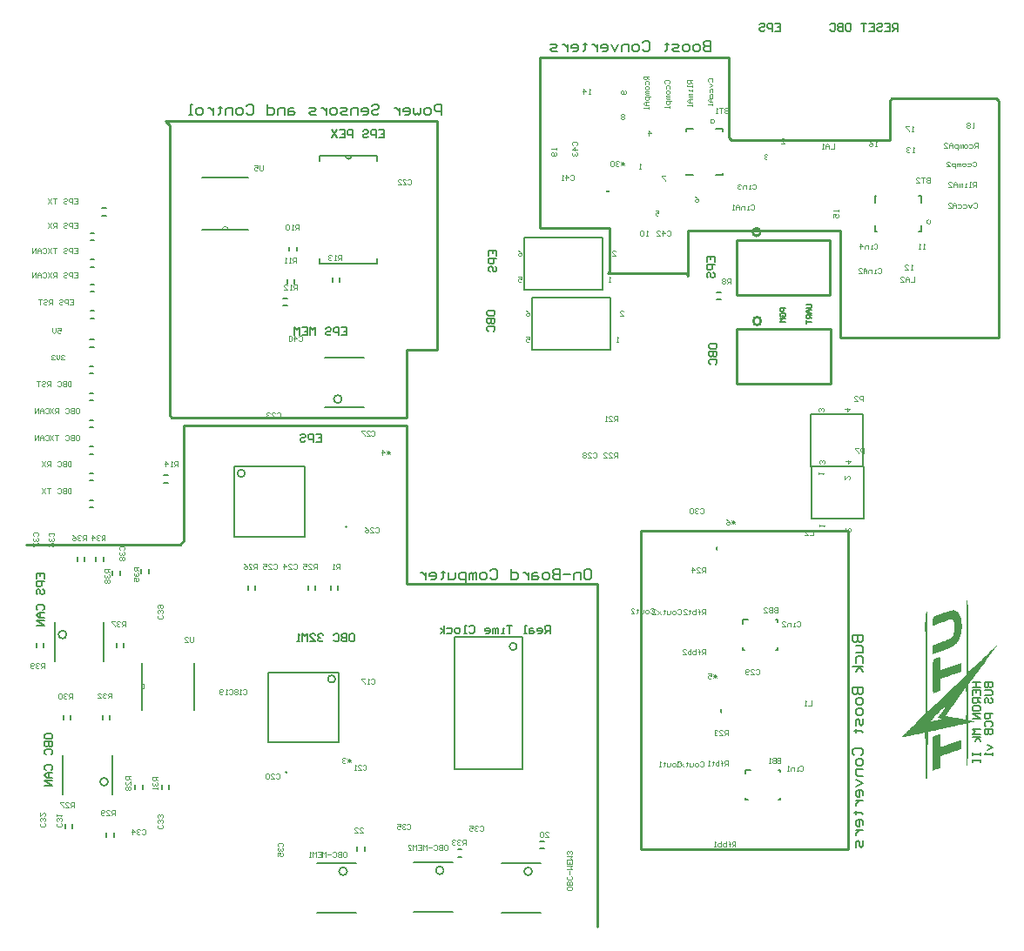
<source format=gbo>
G04*
G04 #@! TF.GenerationSoftware,Altium Limited,Altium Designer,18.0.12 (696)*
G04*
G04 Layer_Color=32896*
%FSLAX25Y25*%
%MOIN*%
G70*
G01*
G75*
%ADD10C,0.01000*%
%ADD11C,0.00000*%
%ADD12C,0.00500*%
%ADD14C,0.00600*%
%ADD16C,0.00787*%
%ADD17C,0.00394*%
%ADD18C,0.00700*%
%ADD118C,0.00800*%
G36*
X356367Y121351D02*
X356701Y121251D01*
X357001Y121118D01*
X357267Y120985D01*
X357501Y120851D01*
X357667Y120718D01*
X357767Y120618D01*
X357801Y120585D01*
X358034Y120285D01*
X358267Y119951D01*
X358434Y119585D01*
X358600Y119185D01*
X358834Y118318D01*
X359000Y117452D01*
X359067Y117052D01*
X359100Y116652D01*
X359134Y116285D01*
Y115985D01*
X359167Y115719D01*
Y115352D01*
X359134Y114552D01*
X359100Y113819D01*
X359000Y113152D01*
X358900Y112519D01*
X358734Y111952D01*
X358600Y111419D01*
X358434Y110952D01*
X358267Y110519D01*
X358100Y110152D01*
X357934Y109819D01*
X357767Y109553D01*
X357634Y109353D01*
X357534Y109186D01*
X357434Y109053D01*
X357400Y108986D01*
X357367Y108953D01*
X357101Y108653D01*
X356767Y108386D01*
X356367Y108086D01*
X355934Y107819D01*
X355467Y107553D01*
X354967Y107286D01*
X353967Y106786D01*
X353501Y106586D01*
X353034Y106386D01*
X352634Y106220D01*
X352234Y106053D01*
X351934Y105953D01*
X351701Y105853D01*
X351568Y105820D01*
X351501Y105786D01*
X347902Y104553D01*
X347935Y104786D01*
X347968Y105053D01*
X348002Y105586D01*
Y106953D01*
X348035Y107253D01*
Y107686D01*
X348068Y107819D01*
Y107953D01*
X351401Y109219D01*
X351968Y109453D01*
X352501Y109652D01*
X352968Y109853D01*
X353368Y110019D01*
X353734Y110186D01*
X354067Y110319D01*
X354334Y110419D01*
X354568Y110553D01*
X354734Y110619D01*
X354901Y110719D01*
X355134Y110819D01*
X355234Y110886D01*
X355267Y110919D01*
X355434Y111119D01*
X355601Y111319D01*
X355834Y111852D01*
X356034Y112419D01*
X356134Y113019D01*
X356201Y113585D01*
X356234Y113819D01*
Y114019D01*
X356267Y114219D01*
Y115452D01*
X356234Y115685D01*
Y115885D01*
X356201Y116085D01*
X356167Y116219D01*
Y116552D01*
X356134Y116685D01*
X356101Y116785D01*
Y116818D01*
X356034Y116919D01*
X356001Y117018D01*
Y117119D01*
X355967Y117218D01*
X355934Y117285D01*
X355901Y117352D01*
X355867Y117385D01*
X355767Y117452D01*
X355734Y117518D01*
X355701Y117552D01*
X355634Y117585D01*
X355567Y117685D01*
X355501Y117752D01*
X355467Y117785D01*
X355334Y117885D01*
X355267Y117985D01*
X355201Y118018D01*
Y118052D01*
X353701Y117485D01*
X353001Y117252D01*
X352301Y116985D01*
X351668Y116752D01*
X351101Y116552D01*
X350535Y116352D01*
X350035Y116185D01*
X349568Y116019D01*
X349168Y115885D01*
X348835Y115752D01*
X348535Y115652D01*
X348301Y115552D01*
X348135Y115485D01*
X348035Y115452D01*
X348002D01*
Y117452D01*
X348035Y117718D01*
X348068Y118152D01*
X348168Y118485D01*
X348268Y118752D01*
X348368Y118885D01*
X348435Y118985D01*
X348501Y119052D01*
X348535D01*
X349635Y119452D01*
X350601Y119818D01*
X351501Y120118D01*
X352301Y120385D01*
X352968Y120618D01*
X353601Y120818D01*
X354101Y120985D01*
X354568Y121085D01*
X354934Y121185D01*
X355267Y121251D01*
X355501Y121318D01*
X355701Y121351D01*
X355834Y121385D01*
X355934D01*
X355967D01*
X356001D01*
X356367Y121351D01*
D02*
G37*
G36*
X350734Y103420D02*
X350768Y103353D01*
Y103220D01*
X350801Y103053D01*
X350834Y102653D01*
Y102187D01*
X350868Y101720D01*
Y98420D01*
X354834Y99753D01*
X358900Y101120D01*
X358934Y101087D01*
X358967Y101053D01*
X359000Y100853D01*
X359034Y100587D01*
Y100287D01*
X359067Y99987D01*
Y97854D01*
X356167Y96887D01*
X355601Y96687D01*
X355101Y96521D01*
X354634Y96354D01*
X354201Y96187D01*
X353834Y96054D01*
X353501Y95954D01*
X353234Y95854D01*
X352968Y95754D01*
X352768Y95687D01*
X352568Y95621D01*
X352334Y95521D01*
X352168Y95454D01*
X352134D01*
X350968Y94987D01*
X350935Y94654D01*
X350901Y94287D01*
Y93888D01*
X350868Y93521D01*
Y92121D01*
X350834Y91654D01*
Y91254D01*
X350801Y90954D01*
Y90688D01*
X350768Y90521D01*
Y90388D01*
X349601Y90021D01*
X349235Y89888D01*
X348935Y89754D01*
X348701Y89688D01*
X348535Y89654D01*
X348401Y89621D01*
X348335Y89588D01*
X348268D01*
X348235Y89621D01*
Y89654D01*
X348168Y89855D01*
X348135Y90188D01*
X348101Y90588D01*
Y91088D01*
X348068Y91621D01*
X348035Y92221D01*
Y93421D01*
X348002Y94021D01*
Y98187D01*
X348035Y99054D01*
Y99787D01*
X348068Y100420D01*
Y100953D01*
X348101Y101387D01*
X348135Y101753D01*
X348168Y102020D01*
Y102253D01*
X348201Y102420D01*
X348235Y102520D01*
Y102587D01*
X348268Y102620D01*
Y102653D01*
X348668Y102787D01*
X349001Y102920D01*
X349335Y103020D01*
X349601Y103120D01*
X349835Y103187D01*
X350035Y103253D01*
X350335Y103353D01*
X350535Y103420D01*
X350635Y103453D01*
X350701D01*
X350734Y103420D01*
D02*
G37*
G36*
X361267Y125951D02*
X361300Y125818D01*
X361333Y125651D01*
X361367Y125384D01*
Y125051D01*
X361400Y124684D01*
X361433Y124251D01*
Y123784D01*
X361467Y123284D01*
Y122718D01*
X361500Y121518D01*
X361533Y120252D01*
X361567Y118952D01*
Y116352D01*
X361600Y115185D01*
Y97687D01*
X362033Y98054D01*
X362167Y98154D01*
X362400Y98387D01*
X362700Y98654D01*
X363067Y98987D01*
X363500Y99354D01*
X363933Y99787D01*
X364866Y100687D01*
X365766Y101553D01*
X366200Y101953D01*
X366566Y102287D01*
X366866Y102587D01*
X367099Y102820D01*
X367233Y102953D01*
X367300Y103020D01*
X368133Y103820D01*
X368866Y104520D01*
X369499Y105153D01*
X370066Y105686D01*
X370532Y106120D01*
X370899Y106486D01*
X371233Y106819D01*
X371499Y107053D01*
X371699Y107253D01*
X371866Y107419D01*
X371966Y107519D01*
X372032Y107586D01*
X372132Y107686D01*
X372399Y107919D01*
X372599Y108119D01*
X372766Y108253D01*
X372866Y108353D01*
X372966Y108419D01*
X372999Y108453D01*
X373032Y108486D01*
X372666Y107953D01*
X371666Y106519D01*
X370666Y105120D01*
X369699Y103787D01*
X368766Y102487D01*
X367866Y101287D01*
X367000Y100120D01*
X366200Y99020D01*
X365466Y98020D01*
X364766Y97120D01*
X364166Y96321D01*
X363600Y95621D01*
X363167Y95021D01*
X362800Y94554D01*
X362633Y94354D01*
X362533Y94221D01*
X362433Y94087D01*
X362367Y93988D01*
X362300Y93954D01*
Y93921D01*
X361600Y92921D01*
Y79389D01*
X361867Y79256D01*
X362167Y79122D01*
X362767Y79022D01*
X363000Y78989D01*
X363200Y78956D01*
X363367D01*
X363400D01*
X363600D01*
X363733Y78922D01*
X363833Y78889D01*
X363900Y78856D01*
X363933Y78789D01*
Y78756D01*
X363866Y78689D01*
X363700Y78622D01*
X363533Y78556D01*
X363300Y78489D01*
X363100Y78422D01*
X362933Y78356D01*
X362800Y78322D01*
X362767D01*
X361667Y78156D01*
X361600Y70123D01*
Y69390D01*
X361567Y68690D01*
Y67423D01*
X361533Y66857D01*
Y66324D01*
X361500Y65824D01*
Y65390D01*
X361467Y64957D01*
X361433Y64590D01*
X361400Y63924D01*
X361367Y63390D01*
X361333Y62957D01*
X361300Y62624D01*
X361267Y62357D01*
X361233Y62157D01*
X361200Y62057D01*
X361167Y61991D01*
X361134Y61924D01*
X361100Y61957D01*
Y62024D01*
X361067Y62124D01*
X361034Y62257D01*
Y62457D01*
X361000Y62657D01*
X360967Y63191D01*
Y63791D01*
X360933Y64457D01*
X360900Y65190D01*
Y66690D01*
X360867Y67423D01*
Y77956D01*
X357901Y77323D01*
X357001Y77122D01*
X356201Y76956D01*
X355434Y76789D01*
X354734Y76622D01*
X354067Y76489D01*
X353468Y76356D01*
X352934Y76223D01*
X352468Y76123D01*
X352068Y76023D01*
X351701Y75956D01*
X351401Y75889D01*
X351134Y75823D01*
X350935Y75789D01*
X350801Y75756D01*
X350734Y75723D01*
X350701D01*
X350035Y75556D01*
X349435Y75423D01*
X348868Y75289D01*
X348401Y75189D01*
X348002Y75123D01*
X347635Y75056D01*
X347335Y74989D01*
X347068Y74923D01*
X346835Y74889D01*
X346668Y74856D01*
X346535D01*
X346435Y74823D01*
X346302D01*
X346268D01*
Y74789D01*
X346235Y74723D01*
Y74589D01*
X346202Y74423D01*
Y73989D01*
X346168Y73690D01*
Y72723D01*
X346135Y71956D01*
Y70257D01*
X346102Y69423D01*
Y59758D01*
X346068Y59291D01*
Y57858D01*
X346035Y57458D01*
X345968Y57191D01*
X345902Y56991D01*
X345835Y56824D01*
X345768Y56758D01*
X345702Y56725D01*
X345635Y56691D01*
X345502Y56725D01*
X345402Y56858D01*
X345335Y57058D01*
X345302Y57258D01*
X345268Y57458D01*
X345235Y57658D01*
Y58958D01*
X345202Y59524D01*
Y68557D01*
X345168Y69190D01*
Y70756D01*
X345135Y71223D01*
Y72023D01*
X345102Y72356D01*
Y72923D01*
X345068Y73423D01*
X345035Y73790D01*
X345002Y74056D01*
Y74256D01*
X344968Y74389D01*
Y74456D01*
X344935Y74489D01*
Y74523D01*
X342402Y73889D01*
X342135Y73856D01*
X341802Y73790D01*
X341069Y73656D01*
X340769Y73589D01*
X340469Y73523D01*
X340302Y73456D01*
X340236D01*
X339702Y73323D01*
X339269Y73223D01*
X338902Y73156D01*
X338636Y73089D01*
X338402Y73056D01*
X338269Y73023D01*
X338202D01*
X338169D01*
X337769Y72956D01*
X337436Y72856D01*
X337336Y72823D01*
X337236D01*
X337169Y72790D01*
X337136D01*
X336803Y72723D01*
X336503Y72656D01*
X336336D01*
X336269D01*
X336003D01*
X336036Y72723D01*
X336169Y72856D01*
X336336Y73056D01*
X336536Y73256D01*
X336769Y73456D01*
X336936Y73623D01*
X337069Y73756D01*
X337103Y73790D01*
X337536Y74189D01*
X337969Y74623D01*
X338402Y75056D01*
X338802Y75456D01*
X339169Y75789D01*
X339436Y76056D01*
X339636Y76256D01*
X339669Y76289D01*
X339702Y76323D01*
X340236Y76823D01*
X340669Y77256D01*
X341036Y77589D01*
X341302Y77856D01*
X341502Y78089D01*
X341669Y78222D01*
X341735Y78289D01*
X341769Y78322D01*
X345202Y81755D01*
Y106186D01*
X345168Y106819D01*
Y110452D01*
X345135Y111186D01*
Y112986D01*
X345102Y113452D01*
Y116485D01*
X345135Y117018D01*
Y117918D01*
X345168Y118285D01*
Y118618D01*
X345202Y118918D01*
X345235Y119152D01*
Y119352D01*
X345268Y119518D01*
Y119651D01*
X345302Y119818D01*
Y119885D01*
X345368Y120218D01*
X345468Y120485D01*
X345602Y120651D01*
X345702Y120785D01*
X345835Y120851D01*
X345902Y120885D01*
X345968Y120918D01*
X346002D01*
Y120685D01*
X346035Y120451D01*
Y119152D01*
X346068Y118552D01*
Y113085D01*
X346102Y111286D01*
Y82455D01*
X349168Y85422D01*
X349335Y85588D01*
X349501Y85788D01*
X350001Y86255D01*
X350535Y86788D01*
X351134Y87355D01*
X351668Y87855D01*
X351934Y88088D01*
X352134Y88321D01*
X352301Y88488D01*
X352434Y88621D01*
X352534Y88688D01*
X352568Y88721D01*
X353068Y89188D01*
X353501Y89621D01*
X354334Y90388D01*
X355001Y91054D01*
X355567Y91588D01*
X356001Y92021D01*
X356301Y92321D01*
X356467Y92488D01*
X356534Y92554D01*
X360867Y96887D01*
Y116152D01*
X360900Y117152D01*
Y118985D01*
X360933Y119785D01*
Y120518D01*
X360967Y121218D01*
Y122385D01*
X361000Y122918D01*
Y123351D01*
X361034Y123784D01*
Y124151D01*
X361067Y124484D01*
Y124751D01*
X361100Y124984D01*
Y125218D01*
X361134Y125551D01*
X361167Y125751D01*
X361200Y125884D01*
Y125951D01*
X361233Y125984D01*
X361267Y125951D01*
D02*
G37*
G36*
X350768Y73856D02*
X350801Y73790D01*
Y73656D01*
X350834Y73489D01*
Y73089D01*
X350868Y72623D01*
Y70423D01*
X350901Y70023D01*
Y69657D01*
X350935Y69357D01*
Y69157D01*
X350968Y68990D01*
Y68957D01*
X351034D01*
X351168Y69023D01*
X351368Y69090D01*
X351601Y69157D01*
X351901Y69257D01*
X352234Y69390D01*
X352934Y69623D01*
X353634Y69890D01*
X353967Y69990D01*
X354268Y70123D01*
X354501Y70190D01*
X354701Y70257D01*
X354834Y70323D01*
X354867D01*
X355534Y70556D01*
X356134Y70756D01*
X356667Y70956D01*
X357101Y71090D01*
X357501Y71223D01*
X357834Y71323D01*
X358100Y71423D01*
X358334Y71490D01*
X358500Y71556D01*
X358634Y71590D01*
X358734Y71623D01*
X358800D01*
X358867Y71656D01*
X358900D01*
X358934Y71623D01*
X358967Y71590D01*
X359000Y71390D01*
X359034Y71123D01*
Y70790D01*
X359067Y70490D01*
Y68323D01*
X358500Y68090D01*
X357834Y67857D01*
X357167Y67623D01*
X356501Y67390D01*
X355901Y67190D01*
X355634Y67090D01*
X355401Y67023D01*
X355234Y66957D01*
X355101Y66890D01*
X355001Y66857D01*
X354967D01*
X354001Y66523D01*
X353168Y66224D01*
X352468Y65990D01*
X351901Y65790D01*
X351434Y65624D01*
X351134Y65524D01*
X350935Y65457D01*
X350868Y65424D01*
Y60857D01*
X349435Y60391D01*
X348002Y59857D01*
Y72923D01*
X349235Y73456D01*
X349635Y73589D01*
X349968Y73690D01*
X350235Y73790D01*
X350434Y73823D01*
X350601Y73856D01*
X350701Y73889D01*
X350734D01*
X350768D01*
Y73856D01*
D02*
G37*
%LPC*%
G36*
X360767Y91754D02*
X356901Y86422D01*
X356234Y85488D01*
X355634Y84688D01*
X355101Y83955D01*
X354667Y83355D01*
X354301Y82822D01*
X353967Y82389D01*
X353734Y82022D01*
X353501Y81722D01*
X353368Y81455D01*
X353234Y81289D01*
X353168Y81155D01*
X353101Y81055D01*
X353068Y80989D01*
X353034Y80955D01*
Y80922D01*
X353068Y80889D01*
X353201Y80855D01*
X353401Y80822D01*
X353667Y80755D01*
X353967Y80722D01*
X354301Y80622D01*
X355001Y80489D01*
X355734Y80356D01*
X356067Y80289D01*
X356367Y80222D01*
X356634Y80189D01*
X356834Y80155D01*
X356967Y80122D01*
X357001D01*
X360767Y79389D01*
X360867Y82455D01*
Y88588D01*
X360767Y91754D01*
D02*
G37*
G36*
X352934Y84255D02*
X352634Y84188D01*
X352301Y84022D01*
X351901Y83755D01*
X351468Y83389D01*
X350968Y82989D01*
X350501Y82522D01*
X349501Y81489D01*
X349035Y80989D01*
X348568Y80489D01*
X348168Y80022D01*
X347801Y79622D01*
X347501Y79256D01*
X347268Y78989D01*
X347135Y78822D01*
X347068Y78756D01*
X347135D01*
X347268Y78789D01*
X347568Y78822D01*
X347935Y78889D01*
X348368Y78989D01*
X348768Y79089D01*
X349101Y79156D01*
X349235Y79189D01*
X349335D01*
X349401Y79222D01*
X349435D01*
X349601Y79289D01*
X349801Y79322D01*
X350001D01*
X350035D01*
X350068D01*
X350301Y79389D01*
X350468Y79422D01*
X350768Y79522D01*
X350901Y79556D01*
X350968Y79589D01*
X351134Y79622D01*
X351201Y79656D01*
Y79689D01*
X351168Y79756D01*
X351034Y79822D01*
X351001Y79856D01*
X350968D01*
X350668Y79989D01*
X350434Y80089D01*
X350301Y80189D01*
X350168Y80256D01*
X350101Y80289D01*
X350068Y80322D01*
Y80356D01*
X350101Y80455D01*
X350201Y80589D01*
X350335Y80789D01*
X350468Y80989D01*
X350601Y81222D01*
X350734Y81389D01*
X350834Y81522D01*
X350868Y81555D01*
X351134Y81922D01*
X351368Y82255D01*
X351468Y82389D01*
X351534Y82489D01*
X351568Y82522D01*
X351601Y82555D01*
X351834Y82855D01*
X352034Y83088D01*
X352168Y83255D01*
X352234Y83322D01*
X352401Y83522D01*
X352534Y83688D01*
X352634Y83822D01*
X352668Y83855D01*
X352768Y83988D01*
X352801Y84122D01*
X352834Y84155D01*
Y84188D01*
X352934Y84255D01*
D02*
G37*
%LPD*%
D10*
X282287Y232161D02*
G03*
X282287Y232161I-1500J0D01*
G01*
X282051Y266256D02*
G03*
X282051Y266256I-1500J0D01*
G01*
X156693Y308661D02*
X158268D01*
X158268Y308661D01*
Y221260D02*
Y308661D01*
X146457Y221260D02*
X158268D01*
X146457Y195276D02*
Y221260D01*
X56693Y195276D02*
X146457D01*
X55905Y196063D02*
X56693Y195276D01*
X55905Y196063D02*
Y307087D01*
X54331Y308661D02*
X55905Y307087D01*
X54331Y308661D02*
X156693D01*
X787Y146457D02*
X59842D01*
X61417Y148031D01*
Y192126D01*
X146457D01*
Y131496D02*
Y192126D01*
Y131496D02*
X219685D01*
Y0D02*
Y131496D01*
X273087Y208161D02*
X308787D01*
X273087Y229161D02*
X308787D01*
X273087Y208161D02*
Y229161D01*
X308787Y208161D02*
Y229161D01*
X372441Y317323D02*
X373228Y316535D01*
X332283Y317323D02*
X372441D01*
X331496Y316535D02*
X332283Y317323D01*
X331496Y301575D02*
Y316535D01*
X270866Y301575D02*
X331496D01*
X270079Y302362D02*
X270866Y301575D01*
X270079Y302362D02*
Y333071D01*
X197638D02*
X270079D01*
X197638Y267717D02*
Y333071D01*
Y267717D02*
X224410D01*
Y251181D02*
Y267717D01*
X223622Y250394D02*
X224410Y251181D01*
X223622Y250394D02*
X253543D01*
X254331Y249606D01*
Y266929D01*
X312598D01*
Y225984D02*
Y266929D01*
Y225984D02*
X373228D01*
Y316535D01*
X236221Y151969D02*
X315748D01*
X236221Y29921D02*
Y151969D01*
Y29921D02*
X315748D01*
Y151969D01*
X308551Y242256D02*
Y263256D01*
X272851Y242256D02*
Y263256D01*
X308551D01*
X272851Y242256D02*
X308551D01*
D11*
X123819Y153347D02*
G03*
X123819Y153347I-394J0D01*
G01*
X78365Y267165D02*
G03*
X75965Y267165I-1200J0D01*
G01*
X45118Y90926D02*
G03*
X45118Y93326I0J1200D01*
G01*
X100984Y59252D02*
G03*
X100984Y59252I-394J0D01*
G01*
X347284Y270138D02*
G03*
X347284Y270138I-787J0D01*
G01*
X264508Y308701D02*
G03*
X264508Y308701I-787J0D01*
G01*
D12*
X343504Y266339D02*
Y268898D01*
X342717Y266339D02*
X343504D01*
Y277559D02*
Y280118D01*
X342717D02*
X343504D01*
X325787Y277559D02*
Y280118D01*
X326378D01*
X325787Y266339D02*
Y268898D01*
Y266339D02*
X326575D01*
X264961Y305709D02*
X267520D01*
Y304921D02*
Y305709D01*
X253740D02*
X256299D01*
X253740Y304921D02*
Y305709D01*
Y287992D02*
X256299D01*
X253740D02*
Y288583D01*
X264961Y287992D02*
X267520D01*
Y288779D01*
X291626Y237295D02*
X289627D01*
Y236296D01*
X289960Y235962D01*
X290626D01*
X290960Y236296D01*
Y237295D01*
X289960Y233963D02*
X289627Y234296D01*
Y234963D01*
X289960Y235296D01*
X291293D01*
X291626Y234963D01*
Y234296D01*
X291293Y233963D01*
X290626D01*
Y234630D01*
X291626Y233297D02*
X289627D01*
X290293Y232630D01*
X289627Y231964D01*
X291626D01*
X299575Y238583D02*
X301242D01*
X301575Y238249D01*
Y237583D01*
X301242Y237250D01*
X299575D01*
X301575Y236583D02*
X300242D01*
X299575Y235917D01*
X300242Y235250D01*
X301575D01*
X300575D01*
Y236583D01*
X301575Y234584D02*
X299575D01*
Y233584D01*
X299909Y233251D01*
X300575D01*
X300908Y233584D01*
Y234584D01*
Y233917D02*
X301575Y233251D01*
X299575Y232585D02*
Y231252D01*
Y231918D01*
X301575D01*
D14*
X121761Y202261D02*
G03*
X121761Y202261I-1526J0D01*
G01*
X16386Y112049D02*
G03*
X16386Y112049I-1526J0D01*
G01*
X32336Y55668D02*
G03*
X32336Y55668I-1526J0D01*
G01*
X123811Y21361D02*
G03*
X123811Y21361I-1526J0D01*
G01*
X160819Y21754D02*
G03*
X160819Y21754I-1526J0D01*
G01*
X194678Y21361D02*
G03*
X194678Y21361I-1526J0D01*
G01*
X119301Y95052D02*
G03*
X119301Y95052I-1414J0D01*
G01*
X123209Y295503D02*
G03*
X125609Y295503I1200J0D01*
G01*
X266983Y82187D02*
G03*
X266974Y83187I-1101J490D01*
G01*
X265408Y144392D02*
G03*
X265400Y145391I-1101J490D01*
G01*
X84709Y173792D02*
G03*
X84709Y173792I-1414J0D01*
G01*
X224113Y281944D02*
G03*
X223113Y281935I-490J-1101D01*
G01*
X93701Y70866D02*
Y97638D01*
Y70866D02*
X120472D01*
Y97638D01*
X93701D02*
X120472D01*
X135409Y293603D02*
Y295503D01*
X125609D02*
X135409D01*
X123209D02*
X125609D01*
X113409D02*
X123209D01*
X113409Y254103D02*
Y256003D01*
Y254103D02*
X135409D01*
Y256003D01*
X113409Y293603D02*
Y295503D01*
X68265Y267165D02*
X75965D01*
X78365D01*
X86065D01*
X68265Y287165D02*
X86065D01*
X45118Y93326D02*
Y101026D01*
Y90926D02*
Y93326D01*
Y83226D02*
Y90926D01*
X65118Y83226D02*
Y101026D01*
X80709Y149606D02*
Y176378D01*
X107480D01*
Y149606D02*
Y176378D01*
X80709Y149606D02*
X107480D01*
X4875Y133434D02*
Y135433D01*
X7874D01*
Y133434D01*
X6374Y135433D02*
Y134433D01*
X7874Y132434D02*
X4875D01*
Y130935D01*
X5375Y130435D01*
X6374D01*
X6874Y130935D01*
Y132434D01*
X5375Y127436D02*
X4875Y127936D01*
Y128935D01*
X5375Y129435D01*
X5875D01*
X6374Y128935D01*
Y127936D01*
X6874Y127436D01*
X7374D01*
X7874Y127936D01*
Y128935D01*
X7374Y129435D01*
X5375Y121438D02*
X4875Y121937D01*
Y122937D01*
X5375Y123437D01*
X7374D01*
X7874Y122937D01*
Y121937D01*
X7374Y121438D01*
X7874Y120438D02*
X5875D01*
X4875Y119438D01*
X5875Y118439D01*
X7874D01*
X6374D01*
Y120438D01*
X7874Y117439D02*
X4875D01*
X7874Y115439D01*
X4875D01*
X8025Y72516D02*
Y73516D01*
X8524Y74016D01*
X10524D01*
X11024Y73516D01*
Y72516D01*
X10524Y72016D01*
X8524D01*
X8025Y72516D01*
Y71017D02*
X11024D01*
Y69517D01*
X10524Y69017D01*
X10024D01*
X9524Y69517D01*
Y71017D01*
Y69517D01*
X9024Y69017D01*
X8524D01*
X8025Y69517D01*
Y71017D01*
X8524Y66018D02*
X8025Y66518D01*
Y67518D01*
X8524Y68018D01*
X10524D01*
X11024Y67518D01*
Y66518D01*
X10524Y66018D01*
X8524Y60020D02*
X8025Y60520D01*
Y61520D01*
X8524Y62020D01*
X10524D01*
X11024Y61520D01*
Y60520D01*
X10524Y60020D01*
X11024Y59021D02*
X9024D01*
X8025Y58021D01*
X9024Y57021D01*
X11024D01*
X9524D01*
Y59021D01*
X11024Y56022D02*
X8025D01*
X11024Y54022D01*
X8025D01*
X121623Y229771D02*
X123622D01*
Y226772D01*
X121623D01*
X123622Y228271D02*
X122622D01*
X120623Y226772D02*
Y229771D01*
X119123D01*
X118624Y229271D01*
Y228271D01*
X119123Y227771D01*
X120623D01*
X115625Y229271D02*
X116124Y229771D01*
X117124D01*
X117624Y229271D01*
Y228771D01*
X117124Y228271D01*
X116124D01*
X115625Y227771D01*
Y227272D01*
X116124Y226772D01*
X117124D01*
X117624Y227272D01*
X111626Y226772D02*
Y229771D01*
X110626Y228771D01*
X109627Y229771D01*
Y226772D01*
X106628Y229771D02*
X108627D01*
Y226772D01*
X106628D01*
X108627Y228271D02*
X107627D01*
X105628Y226772D02*
Y229771D01*
X104628Y228771D01*
X103629Y229771D01*
Y226772D01*
X201575Y112598D02*
Y115597D01*
X200075D01*
X199575Y115098D01*
Y114098D01*
X200075Y113598D01*
X201575D01*
X200575D02*
X199575Y112598D01*
X197076D02*
X198076D01*
X198576Y113098D01*
Y114098D01*
X198076Y114598D01*
X197076D01*
X196576Y114098D01*
Y113598D01*
X198576D01*
X195077Y114598D02*
X194077D01*
X193577Y114098D01*
Y112598D01*
X195077D01*
X195577Y113098D01*
X195077Y113598D01*
X193577D01*
X192578Y112598D02*
X191578D01*
X192078D01*
Y115597D01*
X192578D01*
X187080D02*
X185080D01*
X186080D01*
Y112598D01*
X184081D02*
X183081D01*
X183581D01*
Y114598D01*
X184081D01*
X181581Y112598D02*
Y114598D01*
X181081D01*
X180582Y114098D01*
Y112598D01*
Y114098D01*
X180082Y114598D01*
X179582Y114098D01*
Y112598D01*
X177083D02*
X178082D01*
X178582Y113098D01*
Y114098D01*
X178082Y114598D01*
X177083D01*
X176583Y114098D01*
Y113598D01*
X178582D01*
X170585Y115098D02*
X171085Y115597D01*
X172084D01*
X172584Y115098D01*
Y113098D01*
X172084Y112598D01*
X171085D01*
X170585Y113098D01*
X169585Y112598D02*
X168586D01*
X169085D01*
Y115597D01*
X169585D01*
X166586Y112598D02*
X165586D01*
X165087Y113098D01*
Y114098D01*
X165586Y114598D01*
X166586D01*
X167086Y114098D01*
Y113098D01*
X166586Y112598D01*
X162088Y114598D02*
X163587D01*
X164087Y114098D01*
Y113098D01*
X163587Y112598D01*
X162088D01*
X161088D02*
Y115597D01*
Y113598D02*
X159588Y114598D01*
X161088Y113598D02*
X159588Y112598D01*
X111801Y188899D02*
X113800D01*
Y185900D01*
X111801D01*
X113800Y187399D02*
X112800D01*
X110801Y185900D02*
Y188899D01*
X109301D01*
X108802Y188399D01*
Y187399D01*
X109301Y186900D01*
X110801D01*
X105803Y188399D02*
X106302Y188899D01*
X107302D01*
X107802Y188399D01*
Y187899D01*
X107302Y187399D01*
X106302D01*
X105803Y186900D01*
Y186400D01*
X106302Y185900D01*
X107302D01*
X107802Y186400D01*
X135796Y305361D02*
X137795D01*
Y302362D01*
X135796D01*
X137795Y303862D02*
X136796D01*
X134796Y302362D02*
Y305361D01*
X133297D01*
X132797Y304861D01*
Y303862D01*
X133297Y303362D01*
X134796D01*
X129798Y304861D02*
X130298Y305361D01*
X131297D01*
X131797Y304861D01*
Y304362D01*
X131297Y303862D01*
X130298D01*
X129798Y303362D01*
Y302862D01*
X130298Y302362D01*
X131297D01*
X131797Y302862D01*
X125799Y302362D02*
Y305361D01*
X124300D01*
X123800Y304861D01*
Y303862D01*
X124300Y303362D01*
X125799D01*
X120801Y305361D02*
X122800D01*
Y302362D01*
X120801D01*
X122800Y303862D02*
X121800D01*
X119801Y305361D02*
X117802Y302362D01*
Y305361D02*
X119801Y302362D01*
X125272Y112448D02*
X126272D01*
X126772Y111948D01*
Y109949D01*
X126272Y109449D01*
X125272D01*
X124772Y109949D01*
Y111948D01*
X125272Y112448D01*
X123773D02*
Y109449D01*
X122273D01*
X121773Y109949D01*
Y110449D01*
X122273Y110948D01*
X123773D01*
X122273D01*
X121773Y111448D01*
Y111948D01*
X122273Y112448D01*
X123773D01*
X118774Y111948D02*
X119274Y112448D01*
X120274D01*
X120774Y111948D01*
Y109949D01*
X120274Y109449D01*
X119274D01*
X118774Y109949D01*
X114776Y111948D02*
X114276Y112448D01*
X113276D01*
X112776Y111948D01*
Y111448D01*
X113276Y110948D01*
X113776D01*
X113276D01*
X112776Y110449D01*
Y109949D01*
X113276Y109449D01*
X114276D01*
X114776Y109949D01*
X109777Y109449D02*
X111776D01*
X109777Y111448D01*
Y111948D01*
X110277Y112448D01*
X111277D01*
X111776Y111948D01*
X108777Y109449D02*
Y112448D01*
X107778Y111448D01*
X106778Y112448D01*
Y109449D01*
X105778D02*
X104779D01*
X105279D01*
Y112448D01*
X105778Y111948D01*
X287764Y346306D02*
X289764D01*
Y343307D01*
X287764D01*
X289764Y344807D02*
X288764D01*
X286765Y343307D02*
Y346306D01*
X285265D01*
X284765Y345806D01*
Y344807D01*
X285265Y344307D01*
X286765D01*
X281766Y345806D02*
X282266Y346306D01*
X283266D01*
X283766Y345806D01*
Y345306D01*
X283266Y344807D01*
X282266D01*
X281766Y344307D01*
Y343807D01*
X282266Y343307D01*
X283266D01*
X283766Y343807D01*
X334646Y343307D02*
Y346306D01*
X333146D01*
X332646Y345806D01*
Y344807D01*
X333146Y344307D01*
X334646D01*
X333646D02*
X332646Y343307D01*
X329647Y346306D02*
X331647D01*
Y343307D01*
X329647D01*
X331647Y344807D02*
X330647D01*
X326648Y345806D02*
X327148Y346306D01*
X328148D01*
X328648Y345806D01*
Y345306D01*
X328148Y344807D01*
X327148D01*
X326648Y344307D01*
Y343807D01*
X327148Y343307D01*
X328148D01*
X328648Y343807D01*
X323649Y346306D02*
X325649D01*
Y343307D01*
X323649D01*
X325649Y344807D02*
X324649D01*
X322650Y346306D02*
X320650D01*
X321650D01*
Y343307D01*
X315152Y346306D02*
X316152D01*
X316652Y345806D01*
Y343807D01*
X316152Y343307D01*
X315152D01*
X314652Y343807D01*
Y345806D01*
X315152Y346306D01*
X313652D02*
Y343307D01*
X312153D01*
X311653Y343807D01*
Y344307D01*
X312153Y344807D01*
X313652D01*
X312153D01*
X311653Y345306D01*
Y345806D01*
X312153Y346306D01*
X313652D01*
X308654Y345806D02*
X309154Y346306D01*
X310154D01*
X310653Y345806D01*
Y343807D01*
X310154Y343307D01*
X309154D01*
X308654Y343807D01*
X178103Y257056D02*
Y259055D01*
X181102D01*
Y257056D01*
X179603Y259055D02*
Y258055D01*
X181102Y256056D02*
X178103D01*
Y254557D01*
X178603Y254057D01*
X179603D01*
X180103Y254557D01*
Y256056D01*
X178603Y251058D02*
X178103Y251557D01*
Y252557D01*
X178603Y253057D01*
X179103D01*
X179603Y252557D01*
Y251557D01*
X180103Y251058D01*
X180603D01*
X181102Y251557D01*
Y252557D01*
X180603Y253057D01*
X177316Y234721D02*
Y235721D01*
X177816Y236221D01*
X179815D01*
X180315Y235721D01*
Y234721D01*
X179815Y234221D01*
X177816D01*
X177316Y234721D01*
Y233221D02*
X180315D01*
Y231722D01*
X179815Y231222D01*
X179315D01*
X178815Y231722D01*
Y233221D01*
Y231722D01*
X178316Y231222D01*
X177816D01*
X177316Y231722D01*
Y233221D01*
X177816Y228223D02*
X177316Y228723D01*
Y229723D01*
X177816Y230222D01*
X179815D01*
X180315Y229723D01*
Y228723D01*
X179815Y228223D01*
D16*
X188821Y107480D02*
G03*
X188821Y107480I-1419J0D01*
G01*
X7677Y107087D02*
Y108661D01*
X4921Y107087D02*
Y108661D01*
X25394Y222244D02*
X26969D01*
X25394Y225000D02*
X26969D01*
X191535Y244055D02*
X210702D01*
X191535D02*
X221535D01*
X191535Y264055D02*
X221535D01*
Y244055D02*
Y264055D01*
X191535Y244055D02*
Y264055D01*
X194449Y221220D02*
X213615D01*
X194449D02*
X224449D01*
X194449Y241220D02*
X224449D01*
Y221220D02*
Y241220D01*
X194449Y221220D02*
Y241220D01*
X164862Y111024D02*
X191043D01*
X164862Y60630D02*
Y111024D01*
Y60630D02*
X191043D01*
Y111024D01*
X99213Y237992D02*
X100787D01*
X99213Y240748D02*
X100787D01*
X103740Y246457D02*
Y248031D01*
X100984Y246457D02*
Y248031D01*
X104528Y259055D02*
Y260630D01*
X101772Y259055D02*
Y260630D01*
X130512Y29134D02*
Y30709D01*
X127756Y29134D02*
Y30709D01*
X197638Y30118D02*
X199213D01*
X197638Y32874D02*
X199213D01*
X166142Y26969D02*
X167717D01*
X166142Y29724D02*
X167717D01*
X34055Y134843D02*
Y136417D01*
X36811Y134843D02*
Y136417D01*
X45079Y135433D02*
Y137008D01*
X47835Y135433D02*
Y137008D01*
X45472Y52953D02*
Y54528D01*
X42717Y52953D02*
Y54528D01*
X55709Y52756D02*
Y54331D01*
X52953Y52756D02*
Y54331D01*
X121063Y247244D02*
Y248819D01*
X118307Y247244D02*
Y248819D01*
X321535Y156417D02*
Y176417D01*
X301535Y156417D02*
X321535D01*
X301535Y176417D02*
X321535D01*
X301535Y156417D02*
Y176417D01*
X53543Y173031D02*
X55118D01*
X53543Y170276D02*
X55118D01*
X29921Y275394D02*
X31496D01*
X29921Y272638D02*
X31496D01*
X25482Y246260D02*
X27057D01*
X25482Y243504D02*
X27057D01*
X25482Y236024D02*
X27057D01*
X25482Y233268D02*
X27057D01*
X25482Y265945D02*
X27057D01*
X25482Y263189D02*
X27057D01*
X25482Y255709D02*
X27057D01*
X25482Y252953D02*
X27057D01*
X275197Y116319D02*
Y117697D01*
X277165D01*
X287795D02*
X288583D01*
Y116909D02*
Y117697D01*
X275197Y106280D02*
Y107067D01*
Y106280D02*
X275984D01*
X288583D02*
Y107067D01*
X287795Y106280D02*
X288583D01*
X38386Y107087D02*
Y108661D01*
X35630Y107087D02*
Y108661D01*
X30512Y140157D02*
Y141732D01*
X27756Y140157D02*
Y141732D01*
X23425Y140157D02*
Y141732D01*
X20669Y140157D02*
Y141732D01*
X321299Y176417D02*
Y196417D01*
X301299Y176417D02*
X321299D01*
X301299Y196417D02*
X321299D01*
X301299Y176417D02*
Y196417D01*
X15945Y37795D02*
Y39370D01*
X18701Y37795D02*
Y39370D01*
X17913Y79528D02*
Y81102D01*
X15157Y79528D02*
Y81102D01*
X25197Y194291D02*
X26772D01*
X25197Y191535D02*
X26772D01*
X25197Y184055D02*
X26772D01*
X25197Y181299D02*
X26772D01*
X265354Y243110D02*
X266929D01*
X265354Y240354D02*
X266929D01*
X111614Y129134D02*
Y130709D01*
X108858Y129134D02*
Y130709D01*
X30118Y79527D02*
Y81102D01*
X32874Y79527D02*
Y81102D01*
X120276Y129134D02*
Y130709D01*
X117520Y129134D02*
Y130709D01*
X25197Y163583D02*
X26772D01*
X25197Y160827D02*
X26772D01*
X25197Y173819D02*
X26772D01*
X25197Y171063D02*
X26772D01*
X25197Y204528D02*
X26772D01*
X25197Y201772D02*
X26772D01*
X25197Y214764D02*
X26772D01*
X25197Y212008D02*
X26772D01*
X31693Y34646D02*
Y36220D01*
X34449Y34646D02*
Y36220D01*
X88779Y129134D02*
Y130709D01*
X86024Y129134D02*
Y130709D01*
X276339Y58839D02*
Y60216D01*
X278307D01*
X288937D02*
X289724D01*
Y59429D02*
Y60216D01*
X276339Y48799D02*
Y49587D01*
Y48799D02*
X277126D01*
X289724D02*
Y49587D01*
X288937Y48799D02*
X289724D01*
D17*
X224535Y247055D02*
X223880D01*
X224207D01*
Y249023D01*
X224535Y248695D01*
X225223Y257055D02*
X226535D01*
X225223Y258367D01*
Y258695D01*
X225552Y259023D01*
X226207D01*
X226535Y258695D01*
X189224Y249023D02*
X190535D01*
Y248039D01*
X189880Y248367D01*
X189551D01*
X189224Y248039D01*
Y247383D01*
X189551Y247055D01*
X190207D01*
X190535Y247383D01*
X189224Y259023D02*
X189880Y258695D01*
X190535Y258039D01*
Y257383D01*
X190207Y257055D01*
X189551D01*
X189224Y257383D01*
Y257711D01*
X189551Y258039D01*
X190535D01*
X227449Y224220D02*
X226793D01*
X227121D01*
Y226188D01*
X227449Y225860D01*
X228137Y234221D02*
X229449D01*
X228137Y235532D01*
Y235860D01*
X228465Y236188D01*
X229121D01*
X229449Y235860D01*
X192137Y226188D02*
X193449D01*
Y225204D01*
X192793Y225532D01*
X192465D01*
X192137Y225204D01*
Y224549D01*
X192465Y224220D01*
X193121D01*
X193449Y224549D01*
X192137Y236188D02*
X192793Y235860D01*
X193449Y235204D01*
Y234548D01*
X193121Y234221D01*
X192465D01*
X192137Y234548D01*
Y234876D01*
X192465Y235204D01*
X193449D01*
X304535Y153417D02*
Y154073D01*
Y153745D01*
X306503D01*
X306175Y153417D01*
X314535Y152729D02*
Y151417D01*
X315847Y152729D01*
X316175D01*
X316503Y152401D01*
Y151745D01*
X316175Y151417D01*
X314535Y178401D02*
X316503D01*
X315519Y177417D01*
Y178729D01*
X306175Y177417D02*
X306503Y177745D01*
Y178401D01*
X306175Y178729D01*
X305847D01*
X305519Y178401D01*
Y178073D01*
Y178401D01*
X305191Y178729D01*
X304863D01*
X304535Y178401D01*
Y177745D01*
X304863Y177417D01*
X304299Y173417D02*
Y174073D01*
Y173745D01*
X306267D01*
X305939Y173417D01*
X314299Y172729D02*
Y171417D01*
X315611Y172729D01*
X315939D01*
X316267Y172401D01*
Y171745D01*
X315939Y171417D01*
X314299Y198401D02*
X316267D01*
X315283Y197417D01*
Y198729D01*
X305939Y197417D02*
X306267Y197745D01*
Y198401D01*
X305939Y198729D01*
X305611D01*
X305283Y198401D01*
Y198073D01*
Y198401D01*
X304955Y198729D01*
X304627D01*
X304299Y198401D01*
Y197745D01*
X304627Y197417D01*
X340900Y249006D02*
Y247038D01*
X339588D01*
X338932D02*
Y248350D01*
X338276Y249006D01*
X337620Y248350D01*
Y247038D01*
Y248022D01*
X338932D01*
X335652Y247038D02*
X336964D01*
X335652Y248350D01*
Y248678D01*
X335980Y249006D01*
X336636D01*
X336964Y248678D01*
X128609Y36220D02*
X129921D01*
X128609Y37532D01*
Y37860D01*
X128937Y38188D01*
X129593D01*
X129921Y37860D01*
X126641Y36220D02*
X127953D01*
X126641Y37532D01*
Y37860D01*
X126970Y38188D01*
X127625D01*
X127953Y37860D01*
X199476Y34646D02*
X200787D01*
X199476Y35958D01*
Y36286D01*
X199803Y36614D01*
X200459D01*
X200787Y36286D01*
X198819D02*
X198492Y36614D01*
X197836D01*
X197508Y36286D01*
Y34974D01*
X197836Y34646D01*
X198492D01*
X198819Y34974D01*
Y36286D01*
X169291Y31496D02*
Y33464D01*
X168307D01*
X167979Y33136D01*
Y32480D01*
X168307Y32152D01*
X169291D01*
X168635D02*
X167979Y31496D01*
X167324Y33136D02*
X166996Y33464D01*
X166340D01*
X166012Y33136D01*
Y32808D01*
X166340Y32480D01*
X166667D01*
X166340D01*
X166012Y32152D01*
Y31824D01*
X166340Y31496D01*
X166996D01*
X167324Y31824D01*
X165356Y33136D02*
X165028Y33464D01*
X164372D01*
X164044Y33136D01*
Y32808D01*
X164372Y32480D01*
X164700D01*
X164372D01*
X164044Y32152D01*
Y31824D01*
X164372Y31496D01*
X165028D01*
X165356Y31824D01*
X19161Y279133D02*
X20472D01*
Y277165D01*
X19161D01*
X20472Y278149D02*
X19816D01*
X18505Y277165D02*
Y279133D01*
X17521D01*
X17193Y278805D01*
Y278149D01*
X17521Y277821D01*
X18505D01*
X15225Y278805D02*
X15553Y279133D01*
X16209D01*
X16537Y278805D01*
Y278477D01*
X16209Y278149D01*
X15553D01*
X15225Y277821D01*
Y277493D01*
X15553Y277165D01*
X16209D01*
X16537Y277493D01*
X12601Y279133D02*
X11289D01*
X11945D01*
Y277165D01*
X10633Y279133D02*
X9321Y277165D01*
Y279133D02*
X10633Y277165D01*
X19161Y269684D02*
X20472D01*
Y267717D01*
X19161D01*
X20472Y268701D02*
X19816D01*
X18505Y267717D02*
Y269684D01*
X17521D01*
X17193Y269356D01*
Y268701D01*
X17521Y268373D01*
X18505D01*
X15225Y269356D02*
X15553Y269684D01*
X16209D01*
X16537Y269356D01*
Y269028D01*
X16209Y268701D01*
X15553D01*
X15225Y268373D01*
Y268044D01*
X15553Y267717D01*
X16209D01*
X16537Y268044D01*
X12601Y267717D02*
Y269684D01*
X11617D01*
X11289Y269356D01*
Y268701D01*
X11617Y268373D01*
X12601D01*
X11945D02*
X11289Y267717D01*
X10633Y269684D02*
X9321Y267717D01*
Y269684D02*
X10633Y267717D01*
X19161Y260236D02*
X20472D01*
Y258268D01*
X19161D01*
X20472Y259252D02*
X19816D01*
X18505Y258268D02*
Y260236D01*
X17521D01*
X17193Y259908D01*
Y259252D01*
X17521Y258924D01*
X18505D01*
X15225Y259908D02*
X15553Y260236D01*
X16209D01*
X16537Y259908D01*
Y259580D01*
X16209Y259252D01*
X15553D01*
X15225Y258924D01*
Y258596D01*
X15553Y258268D01*
X16209D01*
X16537Y258596D01*
X12601Y260236D02*
X11289D01*
X11945D01*
Y258268D01*
X10633Y260236D02*
X9321Y258268D01*
Y260236D02*
X10633Y258268D01*
X7353Y259908D02*
X7681Y260236D01*
X8337D01*
X8665Y259908D01*
Y258596D01*
X8337Y258268D01*
X7681D01*
X7353Y258596D01*
X6697Y258268D02*
Y259580D01*
X6041Y260236D01*
X5385Y259580D01*
Y258268D01*
Y259252D01*
X6697D01*
X4730Y258268D02*
Y260236D01*
X3418Y258268D01*
Y260236D01*
X19161Y250787D02*
X20472D01*
Y248819D01*
X19161D01*
X20472Y249803D02*
X19816D01*
X18505Y248819D02*
Y250787D01*
X17521D01*
X17193Y250459D01*
Y249803D01*
X17521Y249475D01*
X18505D01*
X15225Y250459D02*
X15553Y250787D01*
X16209D01*
X16537Y250459D01*
Y250131D01*
X16209Y249803D01*
X15553D01*
X15225Y249475D01*
Y249147D01*
X15553Y248819D01*
X16209D01*
X16537Y249147D01*
X12601Y248819D02*
Y250787D01*
X11617D01*
X11289Y250459D01*
Y249803D01*
X11617Y249475D01*
X12601D01*
X11945D02*
X11289Y248819D01*
X10633Y250787D02*
X9321Y248819D01*
Y250787D02*
X10633Y248819D01*
X7353Y250459D02*
X7681Y250787D01*
X8337D01*
X8665Y250459D01*
Y249147D01*
X8337Y248819D01*
X7681D01*
X7353Y249147D01*
X6697Y248819D02*
Y250131D01*
X6041Y250787D01*
X5385Y250131D01*
Y248819D01*
Y249803D01*
X6697D01*
X4730Y248819D02*
Y250787D01*
X3418Y248819D01*
Y250787D01*
X17586Y240550D02*
X18898D01*
Y238583D01*
X17586D01*
X18898Y239567D02*
X18242D01*
X16930Y238583D02*
Y240550D01*
X15946D01*
X15618Y240223D01*
Y239567D01*
X15946Y239239D01*
X16930D01*
X13650Y240223D02*
X13978Y240550D01*
X14634D01*
X14962Y240223D01*
Y239895D01*
X14634Y239567D01*
X13978D01*
X13650Y239239D01*
Y238911D01*
X13978Y238583D01*
X14634D01*
X14962Y238911D01*
X11026Y238583D02*
Y240550D01*
X10042D01*
X9714Y240223D01*
Y239567D01*
X10042Y239239D01*
X11026D01*
X10370D02*
X9714Y238583D01*
X7746Y240223D02*
X8074Y240550D01*
X8730D01*
X9058Y240223D01*
Y239895D01*
X8730Y239567D01*
X8074D01*
X7746Y239239D01*
Y238911D01*
X8074Y238583D01*
X8730D01*
X9058Y238911D01*
X7090Y240550D02*
X5779D01*
X6435D01*
Y238583D01*
X209842Y15157D02*
Y14501D01*
X209514Y14173D01*
X208202D01*
X207874Y14501D01*
Y15157D01*
X208202Y15485D01*
X209514D01*
X209842Y15157D01*
Y16141D02*
X207874D01*
Y17125D01*
X208202Y17453D01*
X208530D01*
X208858Y17125D01*
Y16141D01*
Y17125D01*
X209186Y17453D01*
X209514D01*
X209842Y17125D01*
Y16141D01*
X209514Y19421D02*
X209842Y19093D01*
Y18437D01*
X209514Y18109D01*
X208202D01*
X207874Y18437D01*
Y19093D01*
X208202Y19421D01*
X208858Y20077D02*
Y21389D01*
X207874Y22045D02*
X209842D01*
X209186Y22701D01*
X209842Y23357D01*
X207874D01*
X209842Y25324D02*
Y24013D01*
X207874D01*
Y25324D01*
X208858Y24013D02*
Y24668D01*
X207874Y25980D02*
X209842D01*
X209186Y26636D01*
X209842Y27292D01*
X207874D01*
X209514Y27948D02*
X209842Y28276D01*
Y28932D01*
X209514Y29260D01*
X209186D01*
X208858Y28932D01*
Y28604D01*
Y28932D01*
X208530Y29260D01*
X208202D01*
X207874Y28932D01*
Y28276D01*
X208202Y27948D01*
X161221Y31495D02*
X161877D01*
X162205Y31168D01*
Y29855D01*
X161877Y29528D01*
X161221D01*
X160893Y29855D01*
Y31168D01*
X161221Y31495D01*
X160237D02*
Y29528D01*
X159253D01*
X158925Y29855D01*
Y30184D01*
X159253Y30512D01*
X160237D01*
X159253D01*
X158925Y30839D01*
Y31168D01*
X159253Y31495D01*
X160237D01*
X156957Y31168D02*
X157285Y31495D01*
X157941D01*
X158269Y31168D01*
Y29855D01*
X157941Y29528D01*
X157285D01*
X156957Y29855D01*
X156301Y30512D02*
X154989D01*
X154333Y29528D02*
Y31495D01*
X153677Y30839D01*
X153021Y31495D01*
Y29528D01*
X151054Y31495D02*
X152365D01*
Y29528D01*
X151054D01*
X152365Y30512D02*
X151709D01*
X150398Y29528D02*
Y31495D01*
X149742Y30839D01*
X149086Y31495D01*
Y29528D01*
X147118D02*
X148430D01*
X147118Y30839D01*
Y31168D01*
X147446Y31495D01*
X148102D01*
X148430Y31168D01*
X122638Y28740D02*
X123294D01*
X123622Y28411D01*
Y27100D01*
X123294Y26772D01*
X122638D01*
X122310Y27100D01*
Y28411D01*
X122638Y28740D01*
X121654D02*
Y26772D01*
X120670D01*
X120342Y27100D01*
Y27428D01*
X120670Y27756D01*
X121654D01*
X120670D01*
X120342Y28084D01*
Y28411D01*
X120670Y28740D01*
X121654D01*
X118374Y28411D02*
X118702Y28740D01*
X119358D01*
X119686Y28411D01*
Y27100D01*
X119358Y26772D01*
X118702D01*
X118374Y27100D01*
X117719Y27756D02*
X116407D01*
X115751Y26772D02*
Y28740D01*
X115095Y28084D01*
X114439Y28740D01*
Y26772D01*
X112471Y28740D02*
X113783D01*
Y26772D01*
X112471D01*
X113783Y27756D02*
X113127D01*
X111815Y26772D02*
Y28740D01*
X111159Y28084D01*
X110503Y28740D01*
Y26772D01*
X109847D02*
X109191D01*
X109519D01*
Y28740D01*
X109847Y28411D01*
X174688Y38434D02*
X175016Y38762D01*
X175672D01*
X176000Y38434D01*
Y37122D01*
X175672Y36794D01*
X175016D01*
X174688Y37122D01*
X174032Y38434D02*
X173704Y38762D01*
X173048D01*
X172720Y38434D01*
Y38106D01*
X173048Y37778D01*
X173376D01*
X173048D01*
X172720Y37450D01*
Y37122D01*
X173048Y36794D01*
X173704D01*
X174032Y37122D01*
X170752Y38762D02*
X172064D01*
Y37778D01*
X171408Y38106D01*
X171080D01*
X170752Y37778D01*
Y37122D01*
X171080Y36794D01*
X171736D01*
X172064Y37122D01*
X146769Y39221D02*
X147097Y39549D01*
X147753D01*
X148081Y39221D01*
Y37909D01*
X147753Y37581D01*
X147097D01*
X146769Y37909D01*
X146113Y39221D02*
X145785Y39549D01*
X145129D01*
X144801Y39221D01*
Y38893D01*
X145129Y38565D01*
X145457D01*
X145129D01*
X144801Y38237D01*
Y37909D01*
X145129Y37581D01*
X145785D01*
X146113Y37909D01*
X142833Y39549D02*
X144145D01*
Y38565D01*
X143489Y38893D01*
X143161D01*
X142833Y38565D01*
Y37909D01*
X143161Y37581D01*
X143817D01*
X144145Y37909D01*
X97573Y30972D02*
X97245Y31299D01*
Y31956D01*
X97573Y32283D01*
X98885D01*
X99213Y31956D01*
Y31299D01*
X98885Y30972D01*
X97573Y30316D02*
X97245Y29988D01*
Y29332D01*
X97573Y29004D01*
X97901D01*
X98229Y29332D01*
Y29660D01*
Y29332D01*
X98557Y29004D01*
X98885D01*
X99213Y29332D01*
Y29988D01*
X98885Y30316D01*
X97245Y27036D02*
Y28348D01*
X98229D01*
X97901Y27692D01*
Y27364D01*
X98229Y27036D01*
X98885D01*
X99213Y27364D01*
Y28020D01*
X98885Y28348D01*
X91600Y291868D02*
Y290228D01*
X91272Y289900D01*
X90616D01*
X90288Y290228D01*
Y291868D01*
X88320D02*
X89632D01*
Y290884D01*
X88976Y291212D01*
X88648D01*
X88320Y290884D01*
Y290228D01*
X88648Y289900D01*
X89304D01*
X89632Y290228D01*
X65000Y111268D02*
Y109628D01*
X64672Y109300D01*
X64016D01*
X63688Y109628D01*
Y111268D01*
X61720Y109300D02*
X63032D01*
X61720Y110612D01*
Y110940D01*
X62048Y111268D01*
X62704D01*
X63032Y110940D01*
X364567Y283465D02*
Y285432D01*
X363583D01*
X363255Y285104D01*
Y284449D01*
X363583Y284120D01*
X364567D01*
X363911D02*
X363255Y283465D01*
X362599D02*
X361943D01*
X362271D01*
Y285432D01*
X362599D01*
X360959Y283465D02*
X360303D01*
X360631D01*
Y284776D01*
X360959D01*
X359319Y283465D02*
Y284776D01*
X358991D01*
X358663Y284449D01*
Y283465D01*
Y284449D01*
X358335Y284776D01*
X358007Y284449D01*
Y283465D01*
X357351D02*
Y284776D01*
X356696Y285432D01*
X356040Y284776D01*
Y283465D01*
Y284449D01*
X357351D01*
X354072Y283465D02*
X355384D01*
X354072Y284776D01*
Y285104D01*
X354400Y285432D01*
X355056D01*
X355384Y285104D01*
X255906Y324410D02*
X253938D01*
Y323426D01*
X254266Y323097D01*
X254922D01*
X255250Y323426D01*
Y324410D01*
Y323753D02*
X255906Y323097D01*
Y322442D02*
Y321786D01*
Y322114D01*
X253938D01*
Y322442D01*
X255906Y320802D02*
Y320146D01*
Y320474D01*
X254594D01*
Y320802D01*
X255906Y319162D02*
X254594D01*
Y318834D01*
X254922Y318506D01*
X255906D01*
X254922D01*
X254594Y318178D01*
X254922Y317850D01*
X255906D01*
Y317194D02*
X254594D01*
X253938Y316538D01*
X254594Y315882D01*
X255906D01*
X254922D01*
Y317194D01*
X255906Y315226D02*
Y314570D01*
Y314898D01*
X253938D01*
X254266Y315226D01*
X261000Y119913D02*
Y121880D01*
X260016D01*
X259688Y121553D01*
Y120896D01*
X260016Y120569D01*
X261000D01*
X260344D02*
X259688Y119913D01*
X258704D02*
Y121553D01*
Y120896D01*
X259032D01*
X258376D01*
X258704D01*
Y121553D01*
X258376Y121880D01*
X257392D02*
Y119913D01*
X256408D01*
X256080Y120241D01*
Y120569D01*
Y120896D01*
X256408Y121224D01*
X257392D01*
X255096Y121553D02*
Y121224D01*
X255424D01*
X254768D01*
X255096D01*
Y120241D01*
X254768Y119913D01*
X252473D02*
X253784D01*
X252473Y121224D01*
Y121553D01*
X252801Y121880D01*
X253456D01*
X253784Y121553D01*
X269711Y61687D02*
Y63655D01*
X268727D01*
X268399Y63327D01*
Y62671D01*
X268727Y62343D01*
X269711D01*
X269055D02*
X268399Y61687D01*
X267415D02*
Y63327D01*
Y62671D01*
X267743D01*
X267087D01*
X267415D01*
Y63327D01*
X267087Y63655D01*
X266103D02*
Y61687D01*
X265119D01*
X264791Y62015D01*
Y62343D01*
Y62671D01*
X265119Y62999D01*
X266103D01*
X263807Y63327D02*
Y62999D01*
X264135D01*
X263479D01*
X263807D01*
Y62015D01*
X263479Y61687D01*
X262495D02*
X261840D01*
X262168D01*
Y63655D01*
X262495Y63327D01*
X261015Y104553D02*
Y106521D01*
X260031D01*
X259703Y106193D01*
Y105537D01*
X260031Y105209D01*
X261015D01*
X260359D02*
X259703Y104553D01*
X258719D02*
Y106193D01*
Y105537D01*
X259047D01*
X258391D01*
X258719D01*
Y106193D01*
X258391Y106521D01*
X257407D02*
Y104553D01*
X256423D01*
X256095Y104881D01*
Y105209D01*
Y105537D01*
X256423Y105865D01*
X257407D01*
X255439Y106521D02*
Y104553D01*
X254455D01*
X254128Y104881D01*
Y105209D01*
Y105537D01*
X254455Y105865D01*
X255439D01*
X252160Y104553D02*
X253471D01*
X252160Y105865D01*
Y106193D01*
X252488Y106521D01*
X253144D01*
X253471Y106193D01*
X272441Y30709D02*
Y32677D01*
X271457D01*
X271129Y32349D01*
Y31693D01*
X271457Y31365D01*
X272441D01*
X271785D02*
X271129Y30709D01*
X270145D02*
Y32349D01*
Y31693D01*
X270473D01*
X269817D01*
X270145D01*
Y32349D01*
X269817Y32677D01*
X268833D02*
Y30709D01*
X267849D01*
X267521Y31037D01*
Y31365D01*
Y31693D01*
X267849Y32021D01*
X268833D01*
X266865Y32677D02*
Y30709D01*
X265881D01*
X265553Y31037D01*
Y31365D01*
Y31693D01*
X265881Y32021D01*
X266865D01*
X264897Y30709D02*
X264242D01*
X264569D01*
Y32677D01*
X264897Y32349D01*
X365354Y298425D02*
Y300393D01*
X364370D01*
X364042Y300065D01*
Y299409D01*
X364370Y299081D01*
X365354D01*
X364698D02*
X364042Y298425D01*
X362075Y299737D02*
X363058D01*
X363387Y299409D01*
Y298753D01*
X363058Y298425D01*
X362075D01*
X361091D02*
X360435D01*
X360107Y298753D01*
Y299409D01*
X360435Y299737D01*
X361091D01*
X361419Y299409D01*
Y298753D01*
X361091Y298425D01*
X359451D02*
Y299737D01*
X359123D01*
X358795Y299409D01*
Y298425D01*
Y299409D01*
X358467Y299737D01*
X358139Y299409D01*
Y298425D01*
X357483Y297769D02*
Y299737D01*
X356499D01*
X356171Y299409D01*
Y298753D01*
X356499Y298425D01*
X357483D01*
X355515D02*
Y299737D01*
X354859Y300393D01*
X354203Y299737D01*
Y298425D01*
Y299409D01*
X355515D01*
X352235Y298425D02*
X353547D01*
X352235Y299737D01*
Y300065D01*
X352563Y300393D01*
X353219D01*
X353547Y300065D01*
X239370Y325984D02*
X237402D01*
Y325000D01*
X237730Y324672D01*
X238386D01*
X238714Y325000D01*
Y325984D01*
Y325328D02*
X239370Y324672D01*
X238058Y322705D02*
Y323688D01*
X238386Y324016D01*
X239042D01*
X239370Y323688D01*
Y322705D01*
Y321721D02*
Y321065D01*
X239042Y320737D01*
X238386D01*
X238058Y321065D01*
Y321721D01*
X238386Y322048D01*
X239042D01*
X239370Y321721D01*
Y320081D02*
X238058D01*
Y319753D01*
X238386Y319425D01*
X239370D01*
X238386D01*
X238058Y319097D01*
X238386Y318769D01*
X239370D01*
X240026Y318113D02*
X238058D01*
Y317129D01*
X238386Y316801D01*
X239042D01*
X239370Y317129D01*
Y318113D01*
Y316145D02*
X238058D01*
X237402Y315489D01*
X238058Y314833D01*
X239370D01*
X238386D01*
Y316145D01*
X239370Y314177D02*
Y313521D01*
Y313849D01*
X237402D01*
X237730Y314177D01*
X7874Y99213D02*
Y101181D01*
X6890D01*
X6562Y100853D01*
Y100197D01*
X6890Y99869D01*
X7874D01*
X7218D02*
X6562Y99213D01*
X5906Y100853D02*
X5578Y101181D01*
X4922D01*
X4594Y100853D01*
Y100524D01*
X4922Y100197D01*
X5250D01*
X4922D01*
X4594Y99869D01*
Y99541D01*
X4922Y99213D01*
X5578D01*
X5906Y99541D01*
X3938D02*
X3610Y99213D01*
X2954D01*
X2626Y99541D01*
Y100853D01*
X2954Y101181D01*
X3610D01*
X3938Y100853D01*
Y100524D01*
X3610Y100197D01*
X2626D01*
X33071Y137205D02*
X31103D01*
Y136221D01*
X31431Y135893D01*
X32087D01*
X32415Y136221D01*
Y137205D01*
Y136549D02*
X33071Y135893D01*
X31431Y135237D02*
X31103Y134909D01*
Y134253D01*
X31431Y133925D01*
X31759D01*
X32087Y134253D01*
Y134581D01*
Y134253D01*
X32415Y133925D01*
X32743D01*
X33071Y134253D01*
Y134909D01*
X32743Y135237D01*
X31431Y133269D02*
X31103Y132941D01*
Y132285D01*
X31431Y131957D01*
X31759D01*
X32087Y132285D01*
X32415Y131957D01*
X32743D01*
X33071Y132285D01*
Y132941D01*
X32743Y133269D01*
X32415D01*
X32087Y132941D01*
X31759Y133269D01*
X31431D01*
X32087Y132941D02*
Y132285D01*
X39000Y115200D02*
Y117168D01*
X38016D01*
X37688Y116840D01*
Y116184D01*
X38016Y115856D01*
X39000D01*
X38344D02*
X37688Y115200D01*
X37032Y116840D02*
X36704Y117168D01*
X36048D01*
X35720Y116840D01*
Y116512D01*
X36048Y116184D01*
X36376D01*
X36048D01*
X35720Y115856D01*
Y115528D01*
X36048Y115200D01*
X36704D01*
X37032Y115528D01*
X35064Y117168D02*
X33752D01*
Y116840D01*
X35064Y115528D01*
Y115200D01*
X24000Y148300D02*
Y150268D01*
X23016D01*
X22688Y149940D01*
Y149284D01*
X23016Y148956D01*
X24000D01*
X23344D02*
X22688Y148300D01*
X22032Y149940D02*
X21704Y150268D01*
X21048D01*
X20720Y149940D01*
Y149612D01*
X21048Y149284D01*
X21376D01*
X21048D01*
X20720Y148956D01*
Y148628D01*
X21048Y148300D01*
X21704D01*
X22032Y148628D01*
X18752Y150268D02*
X19408Y149940D01*
X20064Y149284D01*
Y148628D01*
X19736Y148300D01*
X19080D01*
X18752Y148628D01*
Y148956D01*
X19080Y149284D01*
X20064D01*
X44094Y137795D02*
X42127D01*
Y136811D01*
X42455Y136483D01*
X43111D01*
X43439Y136811D01*
Y137795D01*
Y137139D02*
X44094Y136483D01*
X42455Y135827D02*
X42127Y135499D01*
Y134844D01*
X42455Y134516D01*
X42783D01*
X43111Y134844D01*
Y135171D01*
Y134844D01*
X43439Y134516D01*
X43766D01*
X44094Y134844D01*
Y135499D01*
X43766Y135827D01*
X42127Y132548D02*
Y133860D01*
X43111D01*
X42783Y133204D01*
Y132876D01*
X43111Y132548D01*
X43766D01*
X44094Y132876D01*
Y133532D01*
X43766Y133860D01*
X31100Y148300D02*
Y150268D01*
X30116D01*
X29788Y149940D01*
Y149284D01*
X30116Y148956D01*
X31100D01*
X30444D02*
X29788Y148300D01*
X29132Y149940D02*
X28804Y150268D01*
X28148D01*
X27820Y149940D01*
Y149612D01*
X28148Y149284D01*
X28476D01*
X28148D01*
X27820Y148956D01*
Y148628D01*
X28148Y148300D01*
X28804D01*
X29132Y148628D01*
X26180Y148300D02*
Y150268D01*
X27164Y149284D01*
X25852D01*
X33500Y87675D02*
Y89643D01*
X32516D01*
X32188Y89315D01*
Y88659D01*
X32516Y88331D01*
X33500D01*
X32844D02*
X32188Y87675D01*
X31532Y89315D02*
X31204Y89643D01*
X30548D01*
X30220Y89315D01*
Y88987D01*
X30548Y88659D01*
X30876D01*
X30548D01*
X30220Y88331D01*
Y88003D01*
X30548Y87675D01*
X31204D01*
X31532Y88003D01*
X28252Y87675D02*
X29564D01*
X28252Y88987D01*
Y89315D01*
X28580Y89643D01*
X29236D01*
X29564Y89315D01*
X51181Y57480D02*
X49213D01*
Y56496D01*
X49541Y56168D01*
X50197D01*
X50525Y56496D01*
Y57480D01*
Y56824D02*
X51181Y56168D01*
X49541Y55512D02*
X49213Y55185D01*
Y54528D01*
X49541Y54201D01*
X49869D01*
X50197Y54528D01*
Y54856D01*
Y54528D01*
X50525Y54201D01*
X50853D01*
X51181Y54528D01*
Y55185D01*
X50853Y55512D01*
X51181Y53545D02*
Y52889D01*
Y53217D01*
X49213D01*
X49541Y53545D01*
X18500Y87600D02*
Y89568D01*
X17516D01*
X17188Y89240D01*
Y88584D01*
X17516Y88256D01*
X18500D01*
X17844D02*
X17188Y87600D01*
X16532Y89240D02*
X16204Y89568D01*
X15548D01*
X15220Y89240D01*
Y88912D01*
X15548Y88584D01*
X15876D01*
X15548D01*
X15220Y88256D01*
Y87928D01*
X15548Y87600D01*
X16204D01*
X16532Y87928D01*
X14564Y89240D02*
X14236Y89568D01*
X13580D01*
X13252Y89240D01*
Y87928D01*
X13580Y87600D01*
X14236D01*
X14564Y87928D01*
Y89240D01*
X35000Y42700D02*
Y44668D01*
X34016D01*
X33688Y44340D01*
Y43684D01*
X34016Y43356D01*
X35000D01*
X34344D02*
X33688Y42700D01*
X31720D02*
X33032D01*
X31720Y44012D01*
Y44340D01*
X32048Y44668D01*
X32704D01*
X33032Y44340D01*
X31064Y43028D02*
X30736Y42700D01*
X30080D01*
X29752Y43028D01*
Y44340D01*
X30080Y44668D01*
X30736D01*
X31064Y44340D01*
Y44012D01*
X30736Y43684D01*
X29752D01*
X40945Y57677D02*
X38977D01*
Y56693D01*
X39305Y56365D01*
X39961D01*
X40289Y56693D01*
Y57677D01*
Y57021D02*
X40945Y56365D01*
Y54397D02*
Y55709D01*
X39633Y54397D01*
X39305D01*
X38977Y54725D01*
Y55381D01*
X39305Y55709D01*
Y53741D02*
X38977Y53413D01*
Y52758D01*
X39305Y52429D01*
X39633D01*
X39961Y52758D01*
X40289Y52429D01*
X40617D01*
X40945Y52758D01*
Y53413D01*
X40617Y53741D01*
X40289D01*
X39961Y53413D01*
X39633Y53741D01*
X39305D01*
X39961Y53413D02*
Y52758D01*
X19300Y45900D02*
Y47868D01*
X18316D01*
X17988Y47540D01*
Y46884D01*
X18316Y46556D01*
X19300D01*
X18644D02*
X17988Y45900D01*
X16020D02*
X17332D01*
X16020Y47212D01*
Y47540D01*
X16348Y47868D01*
X17004D01*
X17332Y47540D01*
X15364Y47868D02*
X14052D01*
Y47540D01*
X15364Y46228D01*
Y45900D01*
X89400Y137200D02*
Y139168D01*
X88416D01*
X88088Y138840D01*
Y138184D01*
X88416Y137856D01*
X89400D01*
X88744D02*
X88088Y137200D01*
X86120D02*
X87432D01*
X86120Y138512D01*
Y138840D01*
X86448Y139168D01*
X87104D01*
X87432Y138840D01*
X84152Y139168D02*
X84808Y138840D01*
X85464Y138184D01*
Y137528D01*
X85136Y137200D01*
X84480D01*
X84152Y137528D01*
Y137856D01*
X84480Y138184D01*
X85464D01*
X112200Y137200D02*
Y139168D01*
X111216D01*
X110888Y138840D01*
Y138184D01*
X111216Y137856D01*
X112200D01*
X111544D02*
X110888Y137200D01*
X108920D02*
X110232D01*
X108920Y138512D01*
Y138840D01*
X109248Y139168D01*
X109904D01*
X110232Y138840D01*
X106952Y139168D02*
X108264D01*
Y138184D01*
X107608Y138512D01*
X107280D01*
X106952Y138184D01*
Y137528D01*
X107280Y137200D01*
X107936D01*
X108264Y137528D01*
X261000Y135700D02*
Y137668D01*
X260016D01*
X259688Y137340D01*
Y136684D01*
X260016Y136356D01*
X261000D01*
X260344D02*
X259688Y135700D01*
X257720D02*
X259032D01*
X257720Y137012D01*
Y137340D01*
X258048Y137668D01*
X258704D01*
X259032Y137340D01*
X256080Y135700D02*
Y137668D01*
X257064Y136684D01*
X255752D01*
X269700Y73500D02*
Y75468D01*
X268716D01*
X268388Y75140D01*
Y74484D01*
X268716Y74156D01*
X269700D01*
X269044D02*
X268388Y73500D01*
X266420D02*
X267732D01*
X266420Y74812D01*
Y75140D01*
X266748Y75468D01*
X267404D01*
X267732Y75140D01*
X265764D02*
X265436Y75468D01*
X264780D01*
X264452Y75140D01*
Y74812D01*
X264780Y74484D01*
X265108D01*
X264780D01*
X264452Y74156D01*
Y73828D01*
X264780Y73500D01*
X265436D01*
X265764Y73828D01*
X227200Y179800D02*
Y181768D01*
X226216D01*
X225888Y181440D01*
Y180784D01*
X226216Y180456D01*
X227200D01*
X226544D02*
X225888Y179800D01*
X223920D02*
X225232D01*
X223920Y181112D01*
Y181440D01*
X224248Y181768D01*
X224904D01*
X225232Y181440D01*
X221952Y179800D02*
X223264D01*
X221952Y181112D01*
Y181440D01*
X222280Y181768D01*
X222936D01*
X223264Y181440D01*
X227200Y193900D02*
Y195868D01*
X226216D01*
X225888Y195540D01*
Y194884D01*
X226216Y194556D01*
X227200D01*
X226544D02*
X225888Y193900D01*
X223920D02*
X225232D01*
X223920Y195212D01*
Y195540D01*
X224248Y195868D01*
X224904D01*
X225232Y195540D01*
X223264Y193900D02*
X222608D01*
X222936D01*
Y195868D01*
X223264Y195540D01*
X12861Y229527D02*
X14173D01*
Y228543D01*
X13517Y228871D01*
X13189D01*
X12861Y228543D01*
Y227887D01*
X13189Y227559D01*
X13845D01*
X14173Y227887D01*
X12205Y229527D02*
Y228215D01*
X11549Y227559D01*
X10893Y228215D01*
Y229527D01*
X58900Y176400D02*
Y178368D01*
X57916D01*
X57588Y178040D01*
Y177384D01*
X57916Y177056D01*
X58900D01*
X58244D02*
X57588Y176400D01*
X56932D02*
X56276D01*
X56604D01*
Y178368D01*
X56932Y178040D01*
X54308Y176400D02*
Y178368D01*
X55292Y177384D01*
X53980D01*
X121635Y255374D02*
Y257342D01*
X120651D01*
X120323Y257014D01*
Y256358D01*
X120651Y256030D01*
X121635D01*
X120979D02*
X120323Y255374D01*
X119667D02*
X119011D01*
X119339D01*
Y257342D01*
X119667Y257014D01*
X118027D02*
X117699Y257342D01*
X117043D01*
X116715Y257014D01*
Y256686D01*
X117043Y256358D01*
X117371D01*
X117043D01*
X116715Y256030D01*
Y255702D01*
X117043Y255374D01*
X117699D01*
X118027Y255702D01*
X104500Y244087D02*
Y246055D01*
X103516D01*
X103188Y245727D01*
Y245071D01*
X103516Y244743D01*
X104500D01*
X103844D02*
X103188Y244087D01*
X102532D02*
X101876D01*
X102204D01*
Y246055D01*
X102532Y245727D01*
X99580Y244087D02*
X100892D01*
X99580Y245399D01*
Y245727D01*
X99908Y246055D01*
X100564D01*
X100892Y245727D01*
X104362Y254600D02*
Y256568D01*
X103378D01*
X103050Y256240D01*
Y255584D01*
X103378Y255256D01*
X104362D01*
X103706D02*
X103050Y254600D01*
X102394D02*
X101738D01*
X102066D01*
Y256568D01*
X102394Y256240D01*
X100754Y254600D02*
X100099D01*
X100426D01*
Y256568D01*
X100754Y256240D01*
X105166Y267176D02*
Y269144D01*
X104182D01*
X103854Y268816D01*
Y268160D01*
X104182Y267832D01*
X105166D01*
X104510D02*
X103854Y267176D01*
X103198D02*
X102542D01*
X102870D01*
Y269144D01*
X103198Y268816D01*
X101558D02*
X101230Y269144D01*
X100575D01*
X100247Y268816D01*
Y267504D01*
X100575Y267176D01*
X101230D01*
X101558Y267504D01*
Y268816D01*
X270700Y246500D02*
Y248468D01*
X269716D01*
X269388Y248140D01*
Y247484D01*
X269716Y247156D01*
X270700D01*
X270044D02*
X269388Y246500D01*
X268732Y248140D02*
X268404Y248468D01*
X267748D01*
X267420Y248140D01*
Y247812D01*
X267748Y247484D01*
X267420Y247156D01*
Y246828D01*
X267748Y246500D01*
X268404D01*
X268732Y246828D01*
Y247156D01*
X268404Y247484D01*
X268732Y247812D01*
Y248140D01*
X268404Y247484D02*
X267748D01*
X120900Y137200D02*
Y139168D01*
X119916D01*
X119588Y138840D01*
Y138184D01*
X119916Y137856D01*
X120900D01*
X120244D02*
X119588Y137200D01*
X118932D02*
X118276D01*
X118604D01*
Y139168D01*
X118932Y138840D01*
X321500Y181500D02*
Y183468D01*
X320516D01*
X320188Y183140D01*
Y182484D01*
X320516Y182156D01*
X321500D01*
X319532Y183468D02*
X318220D01*
Y183140D01*
X319532Y181828D01*
Y181500D01*
X321300Y201500D02*
Y203468D01*
X320316D01*
X319988Y203140D01*
Y202484D01*
X320316Y202156D01*
X321300D01*
X318020Y201500D02*
X319332D01*
X318020Y202812D01*
Y203140D01*
X318348Y203468D01*
X319004D01*
X319332Y203140D01*
X310333Y300051D02*
Y298083D01*
X309021D01*
X308365D02*
Y299395D01*
X307709Y300051D01*
X307053Y299395D01*
Y298083D01*
Y299067D01*
X308365D01*
X306397Y298083D02*
X305741D01*
X306069D01*
Y300051D01*
X306397Y299723D01*
X302361Y152092D02*
Y150124D01*
X301049D01*
X299082D02*
X300394D01*
X299082Y151435D01*
Y151763D01*
X299410Y152092D01*
X300066D01*
X300394Y151763D01*
X301587Y86705D02*
Y84737D01*
X300275D01*
X299619D02*
X298963D01*
X299291D01*
Y86705D01*
X299619Y86377D01*
X15748Y218963D02*
X15420Y219291D01*
X14764D01*
X14436Y218963D01*
Y218635D01*
X14764Y218307D01*
X15092D01*
X14764D01*
X14436Y217979D01*
Y217651D01*
X14764Y217323D01*
X15420D01*
X15748Y217651D01*
X13780Y219291D02*
Y217979D01*
X13124Y217323D01*
X12468Y217979D01*
Y219291D01*
X11812Y218963D02*
X11484Y219291D01*
X10828D01*
X10500Y218963D01*
Y218635D01*
X10828Y218307D01*
X11156D01*
X10828D01*
X10500Y217979D01*
Y217651D01*
X10828Y217323D01*
X11484D01*
X11812Y217651D01*
X17126Y168110D02*
X17782D01*
X18110Y167782D01*
Y166470D01*
X17782Y166142D01*
X17126D01*
X16798Y166470D01*
Y167782D01*
X17126Y168110D01*
X16142D02*
Y166142D01*
X15158D01*
X14830Y166470D01*
Y166798D01*
X15158Y167126D01*
X16142D01*
X15158D01*
X14830Y167454D01*
Y167782D01*
X15158Y168110D01*
X16142D01*
X12863Y167782D02*
X13191Y168110D01*
X13847D01*
X14175Y167782D01*
Y166470D01*
X13847Y166142D01*
X13191D01*
X12863Y166470D01*
X10239Y168110D02*
X8927D01*
X9583D01*
Y166142D01*
X8271Y168110D02*
X6959Y166142D01*
Y168110D02*
X8271Y166142D01*
X17126Y178346D02*
X17782D01*
X18110Y178018D01*
Y176706D01*
X17782Y176378D01*
X17126D01*
X16798Y176706D01*
Y178018D01*
X17126Y178346D01*
X16142D02*
Y176378D01*
X15158D01*
X14830Y176706D01*
Y177034D01*
X15158Y177362D01*
X16142D01*
X15158D01*
X14830Y177690D01*
Y178018D01*
X15158Y178346D01*
X16142D01*
X12863Y178018D02*
X13191Y178346D01*
X13847D01*
X14175Y178018D01*
Y176706D01*
X13847Y176378D01*
X13191D01*
X12863Y176706D01*
X10239Y176378D02*
Y178346D01*
X9255D01*
X8927Y178018D01*
Y177362D01*
X9255Y177034D01*
X10239D01*
X9583D02*
X8927Y176378D01*
X8271Y178346D02*
X6959Y176378D01*
Y178346D02*
X8271Y176378D01*
X20276Y188582D02*
X20932D01*
X21260Y188254D01*
Y186942D01*
X20932Y186614D01*
X20276D01*
X19948Y186942D01*
Y188254D01*
X20276Y188582D01*
X19292D02*
Y186614D01*
X18308D01*
X17980Y186942D01*
Y187270D01*
X18308Y187598D01*
X19292D01*
X18308D01*
X17980Y187926D01*
Y188254D01*
X18308Y188582D01*
X19292D01*
X16012Y188254D02*
X16340Y188582D01*
X16996D01*
X17324Y188254D01*
Y186942D01*
X16996Y186614D01*
X16340D01*
X16012Y186942D01*
X13388Y188582D02*
X12077D01*
X12732D01*
Y186614D01*
X11421Y188582D02*
X10109Y186614D01*
Y188582D02*
X11421Y186614D01*
X8141Y188254D02*
X8469Y188582D01*
X9125D01*
X9453Y188254D01*
Y186942D01*
X9125Y186614D01*
X8469D01*
X8141Y186942D01*
X7485Y186614D02*
Y187926D01*
X6829Y188582D01*
X6173Y187926D01*
Y186614D01*
Y187598D01*
X7485D01*
X5517Y186614D02*
Y188582D01*
X4205Y186614D01*
Y188582D01*
X20276Y198818D02*
X20932D01*
X21260Y198490D01*
Y197178D01*
X20932Y196850D01*
X20276D01*
X19948Y197178D01*
Y198490D01*
X20276Y198818D01*
X19292D02*
Y196850D01*
X18308D01*
X17980Y197178D01*
Y197506D01*
X18308Y197834D01*
X19292D01*
X18308D01*
X17980Y198162D01*
Y198490D01*
X18308Y198818D01*
X19292D01*
X16012Y198490D02*
X16340Y198818D01*
X16996D01*
X17324Y198490D01*
Y197178D01*
X16996Y196850D01*
X16340D01*
X16012Y197178D01*
X13388Y196850D02*
Y198818D01*
X12404D01*
X12077Y198490D01*
Y197834D01*
X12404Y197506D01*
X13388D01*
X12732D02*
X12077Y196850D01*
X11421Y198818D02*
X10109Y196850D01*
Y198818D02*
X11421Y196850D01*
X8141Y198490D02*
X8469Y198818D01*
X9125D01*
X9453Y198490D01*
Y197178D01*
X9125Y196850D01*
X8469D01*
X8141Y197178D01*
X7485Y196850D02*
Y198162D01*
X6829Y198818D01*
X6173Y198162D01*
Y196850D01*
Y197834D01*
X7485D01*
X5517Y196850D02*
Y198818D01*
X4205Y196850D01*
Y198818D01*
X17126Y209054D02*
X17782D01*
X18110Y208727D01*
Y207415D01*
X17782Y207087D01*
X17126D01*
X16798Y207415D01*
Y208727D01*
X17126Y209054D01*
X16142D02*
Y207087D01*
X15158D01*
X14830Y207415D01*
Y207743D01*
X15158Y208070D01*
X16142D01*
X15158D01*
X14830Y208399D01*
Y208727D01*
X15158Y209054D01*
X16142D01*
X12863Y208727D02*
X13191Y209054D01*
X13847D01*
X14175Y208727D01*
Y207415D01*
X13847Y207087D01*
X13191D01*
X12863Y207415D01*
X10239Y207087D02*
Y209054D01*
X9255D01*
X8927Y208727D01*
Y208070D01*
X9255Y207743D01*
X10239D01*
X9583D02*
X8927Y207087D01*
X6959Y208727D02*
X7287Y209054D01*
X7943D01*
X8271Y208727D01*
Y208399D01*
X7943Y208070D01*
X7287D01*
X6959Y207743D01*
Y207415D01*
X7287Y207087D01*
X7943D01*
X8271Y207415D01*
X6303Y209054D02*
X4991D01*
X5647D01*
Y207087D01*
X363649Y277231D02*
X363977Y277558D01*
X364633D01*
X364961Y277231D01*
Y275919D01*
X364633Y275591D01*
X363977D01*
X363649Y275919D01*
X362993Y276903D02*
X362337Y275591D01*
X361681Y276903D01*
X359713D02*
X360697D01*
X361025Y276574D01*
Y275919D01*
X360697Y275591D01*
X359713D01*
X357745Y276903D02*
X358729D01*
X359057Y276574D01*
Y275919D01*
X358729Y275591D01*
X357745D01*
X357089D02*
Y276903D01*
X356433Y277558D01*
X355777Y276903D01*
Y275591D01*
Y276574D01*
X357089D01*
X353809Y275591D02*
X355121D01*
X353809Y276903D01*
Y277231D01*
X354137Y277558D01*
X354793D01*
X355121Y277231D01*
X262140Y323885D02*
X261812Y324213D01*
Y324869D01*
X262140Y325197D01*
X263452D01*
X263779Y324869D01*
Y324213D01*
X263452Y323885D01*
X262468Y323229D02*
X263779Y322573D01*
X262468Y321917D01*
Y319949D02*
Y320933D01*
X262796Y321261D01*
X263452D01*
X263779Y320933D01*
Y319949D01*
X262468Y317981D02*
Y318965D01*
X262796Y319293D01*
X263452D01*
X263779Y318965D01*
Y317981D01*
Y317325D02*
X262468D01*
X261812Y316670D01*
X262468Y316014D01*
X263779D01*
X262796D01*
Y317325D01*
X263779Y315357D02*
Y314702D01*
Y315030D01*
X261812D01*
X262140Y315357D01*
X250231Y121548D02*
X250559Y121876D01*
X251215D01*
X251543Y121548D01*
Y120236D01*
X251215Y119908D01*
X250559D01*
X250231Y120236D01*
X249247Y119908D02*
X248591D01*
X248263Y120236D01*
Y120892D01*
X248591Y121220D01*
X249247D01*
X249575Y120892D01*
Y120236D01*
X249247Y119908D01*
X247607Y121220D02*
Y120236D01*
X247279Y119908D01*
X246295D01*
Y121220D01*
X245311Y121548D02*
Y121220D01*
X245639D01*
X244983D01*
X245311D01*
Y120236D01*
X244983Y119908D01*
X243999Y121220D02*
X242687Y119908D01*
X243343Y120564D01*
X242687Y121220D01*
X243999Y119908D01*
X240720D02*
X242031D01*
X240720Y121220D01*
Y121548D01*
X241048Y121876D01*
X241704D01*
X242031Y121548D01*
X258951Y63282D02*
X259279Y63610D01*
X259935D01*
X260263Y63282D01*
Y61970D01*
X259935Y61642D01*
X259279D01*
X258951Y61970D01*
X257967Y61642D02*
X257311D01*
X256983Y61970D01*
Y62626D01*
X257311Y62954D01*
X257967D01*
X258295Y62626D01*
Y61970D01*
X257967Y61642D01*
X256327Y62954D02*
Y61970D01*
X255999Y61642D01*
X255015D01*
Y62954D01*
X254031Y63282D02*
Y62954D01*
X254359D01*
X253703D01*
X254031D01*
Y61970D01*
X253703Y61642D01*
X252719Y62954D02*
X251408Y61642D01*
X252063Y62298D01*
X251408Y62954D01*
X252719Y61642D01*
X250752D02*
X250096D01*
X250424D01*
Y63610D01*
X250752Y63282D01*
X240002Y121941D02*
X240330Y122269D01*
X240986D01*
X241314Y121941D01*
Y120629D01*
X240986Y120301D01*
X240330D01*
X240002Y120629D01*
X239018Y120301D02*
X238363D01*
X238035Y120629D01*
Y121285D01*
X238363Y121613D01*
X239018D01*
X239346Y121285D01*
Y120629D01*
X239018Y120301D01*
X237379Y121613D02*
Y120629D01*
X237051Y120301D01*
X236067D01*
Y121613D01*
X235083Y121941D02*
Y121613D01*
X235411D01*
X234755D01*
X235083D01*
Y120629D01*
X234755Y120301D01*
X232459D02*
X233771D01*
X232459Y121613D01*
Y121941D01*
X232787Y122269D01*
X233443D01*
X233771Y121941D01*
X250221Y63282D02*
X250549Y63610D01*
X251205D01*
X251533Y63282D01*
Y61970D01*
X251205Y61642D01*
X250549D01*
X250221Y61970D01*
X249237Y61642D02*
X248581D01*
X248253Y61970D01*
Y62626D01*
X248581Y62954D01*
X249237D01*
X249565Y62626D01*
Y61970D01*
X249237Y61642D01*
X247597Y62954D02*
Y61970D01*
X247269Y61642D01*
X246285D01*
Y62954D01*
X245301Y63282D02*
Y62954D01*
X245629D01*
X244973D01*
X245301D01*
Y61970D01*
X244973Y61642D01*
X243989D02*
X243334D01*
X243661D01*
Y63610D01*
X243989Y63282D01*
X327034Y252034D02*
X327362Y252362D01*
X328018D01*
X328346Y252034D01*
Y250722D01*
X328018Y250394D01*
X327362D01*
X327034Y250722D01*
X326379Y250394D02*
X325723D01*
X326051D01*
Y251706D01*
X326379D01*
X324739Y250394D02*
Y251706D01*
X323755D01*
X323427Y251378D01*
Y250394D01*
X322771D02*
Y251706D01*
X322115Y252362D01*
X321459Y251706D01*
Y250394D01*
Y251378D01*
X322771D01*
X319491Y250394D02*
X320803D01*
X319491Y251706D01*
Y252034D01*
X319819Y252362D01*
X320475D01*
X320803Y252034D01*
X278216Y276443D02*
X278544Y276771D01*
X279200D01*
X279528Y276443D01*
Y275131D01*
X279200Y274803D01*
X278544D01*
X278216Y275131D01*
X277560Y274803D02*
X276904D01*
X277232D01*
Y276115D01*
X277560D01*
X275920Y274803D02*
Y276115D01*
X274936D01*
X274608Y275787D01*
Y274803D01*
X273952D02*
Y276115D01*
X273296Y276771D01*
X272640Y276115D01*
Y274803D01*
Y275787D01*
X273952D01*
X271984Y274803D02*
X271328D01*
X271656D01*
Y276771D01*
X271984Y276443D01*
X325460Y261482D02*
X325788Y261810D01*
X326444D01*
X326772Y261482D01*
Y260171D01*
X326444Y259842D01*
X325788D01*
X325460Y260171D01*
X324804Y259842D02*
X324148D01*
X324476D01*
Y261154D01*
X324804D01*
X323164Y259842D02*
Y261154D01*
X322180D01*
X321852Y260826D01*
Y259842D01*
X320212D02*
Y261810D01*
X321196Y260826D01*
X319884D01*
X279003Y284317D02*
X279331Y284645D01*
X279987D01*
X280315Y284317D01*
Y283005D01*
X279987Y282677D01*
X279331D01*
X279003Y283005D01*
X278347Y282677D02*
X277691D01*
X278019D01*
Y283989D01*
X278347D01*
X276707Y282677D02*
Y283989D01*
X275723D01*
X275395Y283661D01*
Y282677D01*
X274739Y284317D02*
X274411Y284645D01*
X273755D01*
X273427Y284317D01*
Y283989D01*
X273755Y283661D01*
X274083D01*
X273755D01*
X273427Y283333D01*
Y283005D01*
X273755Y282677D01*
X274411D01*
X274739Y283005D01*
X295916Y116823D02*
X296244Y117151D01*
X296900D01*
X297228Y116823D01*
Y115511D01*
X296900Y115183D01*
X296244D01*
X295916Y115511D01*
X295260Y115183D02*
X294604D01*
X294932D01*
Y116495D01*
X295260D01*
X293620Y115183D02*
Y116495D01*
X292636D01*
X292308Y116167D01*
Y115183D01*
X290340D02*
X291652D01*
X290340Y116495D01*
Y116823D01*
X290668Y117151D01*
X291324D01*
X291652Y116823D01*
X297113Y61482D02*
X297441Y61810D01*
X298097D01*
X298425Y61482D01*
Y60171D01*
X298097Y59842D01*
X297441D01*
X297113Y60171D01*
X296457Y59842D02*
X295801D01*
X296129D01*
Y61154D01*
X296457D01*
X294817Y59842D02*
Y61154D01*
X293833D01*
X293506Y60826D01*
Y59842D01*
X292850D02*
X292194D01*
X292522D01*
Y61810D01*
X292850Y61482D01*
X363255Y292979D02*
X363583Y293306D01*
X364239D01*
X364567Y292979D01*
Y291667D01*
X364239Y291339D01*
X363583D01*
X363255Y291667D01*
X361287Y292651D02*
X362271D01*
X362599Y292322D01*
Y291667D01*
X362271Y291339D01*
X361287D01*
X360303D02*
X359647D01*
X359319Y291667D01*
Y292322D01*
X359647Y292651D01*
X360303D01*
X360631Y292322D01*
Y291667D01*
X360303Y291339D01*
X358663D02*
Y292651D01*
X358335D01*
X358007Y292322D01*
Y291339D01*
Y292322D01*
X357679Y292651D01*
X357351Y292322D01*
Y291339D01*
X356696Y290683D02*
Y292651D01*
X355712D01*
X355384Y292322D01*
Y291667D01*
X355712Y291339D01*
X356696D01*
X353416D02*
X354728D01*
X353416Y292651D01*
Y292979D01*
X353744Y293306D01*
X354400D01*
X354728Y292979D01*
X245604Y323097D02*
X245276Y323426D01*
Y324081D01*
X245604Y324410D01*
X246916D01*
X247244Y324081D01*
Y323426D01*
X246916Y323097D01*
X245932Y321130D02*
Y322114D01*
X246260Y322442D01*
X246916D01*
X247244Y322114D01*
Y321130D01*
Y320146D02*
Y319490D01*
X246916Y319162D01*
X246260D01*
X245932Y319490D01*
Y320146D01*
X246260Y320474D01*
X246916D01*
X247244Y320146D01*
Y318506D02*
X245932D01*
Y318178D01*
X246260Y317850D01*
X247244D01*
X246260D01*
X245932Y317522D01*
X246260Y317194D01*
X247244D01*
X247900Y316538D02*
X245932D01*
Y315554D01*
X246260Y315226D01*
X246916D01*
X247244Y315554D01*
Y316538D01*
Y314570D02*
Y313914D01*
Y314242D01*
X245276D01*
X245604Y314570D01*
X96688Y58540D02*
X97016Y58868D01*
X97672D01*
X98000Y58540D01*
Y57228D01*
X97672Y56900D01*
X97016D01*
X96688Y57228D01*
X94720Y56900D02*
X96032D01*
X94720Y58212D01*
Y58540D01*
X95048Y58868D01*
X95704D01*
X96032Y58540D01*
X94064D02*
X93736Y58868D01*
X93080D01*
X92752Y58540D01*
Y57228D01*
X93080Y56900D01*
X93736D01*
X94064Y57228D01*
Y58540D01*
X129788Y61740D02*
X130116Y62068D01*
X130772D01*
X131100Y61740D01*
Y60428D01*
X130772Y60100D01*
X130116D01*
X129788Y60428D01*
X127820Y60100D02*
X129132D01*
X127820Y61412D01*
Y61740D01*
X128148Y62068D01*
X128804D01*
X129132Y61740D01*
X127164Y60100D02*
X126508D01*
X126836D01*
Y62068D01*
X127164Y61740D01*
X210171Y299476D02*
X209843Y299803D01*
Y300459D01*
X210171Y300787D01*
X211483D01*
X211811Y300459D01*
Y299803D01*
X211483Y299476D01*
X211811Y297836D02*
X209843D01*
X210827Y298819D01*
Y297508D01*
X210171Y296852D02*
X209843Y296524D01*
Y295868D01*
X210171Y295540D01*
X210499D01*
X210827Y295868D01*
Y296196D01*
Y295868D01*
X211155Y295540D01*
X211483D01*
X211811Y295868D01*
Y296524D01*
X211483Y296852D01*
X246288Y266440D02*
X246616Y266768D01*
X247272D01*
X247600Y266440D01*
Y265128D01*
X247272Y264800D01*
X246616D01*
X246288Y265128D01*
X244648Y264800D02*
Y266768D01*
X245632Y265784D01*
X244320D01*
X242352Y264800D02*
X243664D01*
X242352Y266112D01*
Y266440D01*
X242680Y266768D01*
X243336D01*
X243664Y266440D01*
X209288Y287740D02*
X209616Y288068D01*
X210272D01*
X210600Y287740D01*
Y286428D01*
X210272Y286100D01*
X209616D01*
X209288Y286428D01*
X207648Y286100D02*
Y288068D01*
X208632Y287084D01*
X207320D01*
X206664Y286100D02*
X206008D01*
X206336D01*
Y288068D01*
X206664Y287740D01*
X105388Y226240D02*
X105716Y226568D01*
X106372D01*
X106700Y226240D01*
Y224928D01*
X106372Y224600D01*
X105716D01*
X105388Y224928D01*
X103748Y224600D02*
Y226568D01*
X104732Y225584D01*
X103420D01*
X102764Y226240D02*
X102436Y226568D01*
X101780D01*
X101452Y226240D01*
Y224928D01*
X101780Y224600D01*
X102436D01*
X102764Y224928D01*
Y226240D01*
X52821Y119422D02*
X53149Y119094D01*
Y118438D01*
X52821Y118110D01*
X51509D01*
X51181Y118438D01*
Y119094D01*
X51509Y119422D01*
X52821Y120078D02*
X53149Y120406D01*
Y121062D01*
X52821Y121390D01*
X52493D01*
X52165Y121062D01*
Y120734D01*
Y121062D01*
X51837Y121390D01*
X51509D01*
X51181Y121062D01*
Y120406D01*
X51509Y120078D01*
Y122046D02*
X51181Y122374D01*
Y123030D01*
X51509Y123358D01*
X52821D01*
X53149Y123030D01*
Y122374D01*
X52821Y122046D01*
X52493D01*
X52165Y122374D01*
Y123358D01*
X36943Y144357D02*
X36615Y144685D01*
Y145341D01*
X36943Y145669D01*
X38255D01*
X38583Y145341D01*
Y144685D01*
X38255Y144357D01*
X36943Y143701D02*
X36615Y143374D01*
Y142718D01*
X36943Y142390D01*
X37271D01*
X37599Y142718D01*
Y143045D01*
Y142718D01*
X37927Y142390D01*
X38255D01*
X38583Y142718D01*
Y143374D01*
X38255Y143701D01*
X36943Y141734D02*
X36615Y141406D01*
Y140750D01*
X36943Y140422D01*
X37271D01*
X37599Y140750D01*
X37927Y140422D01*
X38255D01*
X38583Y140750D01*
Y141406D01*
X38255Y141734D01*
X37927D01*
X37599Y141406D01*
X37271Y141734D01*
X36943D01*
X37599Y141406D02*
Y140750D01*
X3872Y149869D02*
X3544Y150197D01*
Y150853D01*
X3872Y151181D01*
X5184D01*
X5512Y150853D01*
Y150197D01*
X5184Y149869D01*
X3872Y149213D02*
X3544Y148885D01*
Y148229D01*
X3872Y147901D01*
X4200D01*
X4528Y148229D01*
Y148557D01*
Y148229D01*
X4856Y147901D01*
X5184D01*
X5512Y148229D01*
Y148885D01*
X5184Y149213D01*
X3544Y147245D02*
Y145933D01*
X3872D01*
X5184Y147245D01*
X5512D01*
X10105Y149672D02*
X9777Y150000D01*
Y150656D01*
X10105Y150984D01*
X11417D01*
X11745Y150656D01*
Y150000D01*
X11417Y149672D01*
X10105Y149016D02*
X9777Y148688D01*
Y148032D01*
X10105Y147705D01*
X10433D01*
X10761Y148032D01*
Y148360D01*
Y148032D01*
X11089Y147705D01*
X11417D01*
X11745Y148032D01*
Y148688D01*
X11417Y149016D01*
X9777Y145737D02*
X10105Y146393D01*
X10761Y147048D01*
X11417D01*
X11745Y146721D01*
Y146065D01*
X11417Y145737D01*
X11089D01*
X10761Y146065D01*
Y147048D01*
X45145Y37073D02*
X45473Y37401D01*
X46129D01*
X46457Y37073D01*
Y35761D01*
X46129Y35433D01*
X45473D01*
X45145Y35761D01*
X44489Y37073D02*
X44161Y37401D01*
X43505D01*
X43177Y37073D01*
Y36745D01*
X43505Y36417D01*
X43833D01*
X43505D01*
X43177Y36089D01*
Y35761D01*
X43505Y35433D01*
X44161D01*
X44489Y35761D01*
X41537Y35433D02*
Y37401D01*
X42521Y36417D01*
X41209D01*
X52821Y39107D02*
X53149Y38779D01*
Y38123D01*
X52821Y37795D01*
X51509D01*
X51181Y38123D01*
Y38779D01*
X51509Y39107D01*
X52821Y39763D02*
X53149Y40091D01*
Y40747D01*
X52821Y41075D01*
X52493D01*
X52165Y40747D01*
Y40419D01*
Y40747D01*
X51837Y41075D01*
X51509D01*
X51181Y40747D01*
Y40091D01*
X51509Y39763D01*
X52821Y41731D02*
X53149Y42059D01*
Y42715D01*
X52821Y43043D01*
X52493D01*
X52165Y42715D01*
Y42387D01*
Y42715D01*
X51837Y43043D01*
X51509D01*
X51181Y42715D01*
Y42059D01*
X51509Y41731D01*
X7939Y39895D02*
X8267Y39567D01*
Y38911D01*
X7939Y38583D01*
X6627D01*
X6299Y38911D01*
Y39567D01*
X6627Y39895D01*
X7939Y40551D02*
X8267Y40878D01*
Y41535D01*
X7939Y41862D01*
X7611D01*
X7283Y41535D01*
Y41206D01*
Y41535D01*
X6955Y41862D01*
X6627D01*
X6299Y41535D01*
Y40878D01*
X6627Y40551D01*
X6299Y43830D02*
Y42518D01*
X7611Y43830D01*
X7939D01*
X8267Y43502D01*
Y42846D01*
X7939Y42518D01*
X14238Y39895D02*
X14566Y39567D01*
Y38911D01*
X14238Y38583D01*
X12926D01*
X12598Y38911D01*
Y39567D01*
X12926Y39895D01*
X14238Y40551D02*
X14566Y40878D01*
Y41535D01*
X14238Y41862D01*
X13910D01*
X13582Y41535D01*
Y41206D01*
Y41535D01*
X13254Y41862D01*
X12926D01*
X12598Y41535D01*
Y40878D01*
X12926Y40551D01*
X12598Y42518D02*
Y43174D01*
Y42846D01*
X14566D01*
X14238Y42518D01*
X258901Y160177D02*
X259229Y160505D01*
X259885D01*
X260213Y160177D01*
Y158865D01*
X259885Y158537D01*
X259229D01*
X258901Y158865D01*
X258245Y160177D02*
X257917Y160505D01*
X257261D01*
X256933Y160177D01*
Y159849D01*
X257261Y159521D01*
X257589D01*
X257261D01*
X256933Y159193D01*
Y158865D01*
X257261Y158537D01*
X257917D01*
X258245Y158865D01*
X256277Y160177D02*
X255949Y160505D01*
X255293D01*
X254965Y160177D01*
Y158865D01*
X255293Y158537D01*
X255949D01*
X256277Y158865D01*
Y160177D01*
X280188Y98340D02*
X280516Y98668D01*
X281172D01*
X281500Y98340D01*
Y97028D01*
X281172Y96700D01*
X280516D01*
X280188Y97028D01*
X278220Y96700D02*
X279532D01*
X278220Y98012D01*
Y98340D01*
X278548Y98668D01*
X279204D01*
X279532Y98340D01*
X277564Y97028D02*
X277236Y96700D01*
X276580D01*
X276252Y97028D01*
Y98340D01*
X276580Y98668D01*
X277236D01*
X277564Y98340D01*
Y98012D01*
X277236Y97684D01*
X276252D01*
X217988Y181440D02*
X218316Y181768D01*
X218972D01*
X219300Y181440D01*
Y180128D01*
X218972Y179800D01*
X218316D01*
X217988Y180128D01*
X216020Y179800D02*
X217332D01*
X216020Y181112D01*
Y181440D01*
X216348Y181768D01*
X217004D01*
X217332Y181440D01*
X215364D02*
X215036Y181768D01*
X214380D01*
X214052Y181440D01*
Y181112D01*
X214380Y180784D01*
X214052Y180456D01*
Y180128D01*
X214380Y179800D01*
X215036D01*
X215364Y180128D01*
Y180456D01*
X215036Y180784D01*
X215364Y181112D01*
Y181440D01*
X215036Y180784D02*
X214380D01*
X133113Y189840D02*
X133441Y190168D01*
X134097D01*
X134425Y189840D01*
Y188528D01*
X134097Y188200D01*
X133441D01*
X133113Y188528D01*
X131145Y188200D02*
X132457D01*
X131145Y189512D01*
Y189840D01*
X131473Y190168D01*
X132129D01*
X132457Y189840D01*
X130490Y190168D02*
X129178D01*
Y189840D01*
X130490Y188528D01*
Y188200D01*
X134688Y152840D02*
X135016Y153168D01*
X135672D01*
X136000Y152840D01*
Y151528D01*
X135672Y151200D01*
X135016D01*
X134688Y151528D01*
X132720Y151200D02*
X134032D01*
X132720Y152512D01*
Y152840D01*
X133048Y153168D01*
X133704D01*
X134032Y152840D01*
X130752Y153168D02*
X131408Y152840D01*
X132064Y152184D01*
Y151528D01*
X131736Y151200D01*
X131080D01*
X130752Y151528D01*
Y151856D01*
X131080Y152184D01*
X132064D01*
X95688Y138840D02*
X96016Y139168D01*
X96672D01*
X97000Y138840D01*
Y137528D01*
X96672Y137200D01*
X96016D01*
X95688Y137528D01*
X93720Y137200D02*
X95032D01*
X93720Y138512D01*
Y138840D01*
X94048Y139168D01*
X94704D01*
X95032Y138840D01*
X91752Y139168D02*
X93064D01*
Y138184D01*
X92408Y138512D01*
X92080D01*
X91752Y138184D01*
Y137528D01*
X92080Y137200D01*
X92736D01*
X93064Y137528D01*
X103288Y138840D02*
X103616Y139168D01*
X104272D01*
X104600Y138840D01*
Y137528D01*
X104272Y137200D01*
X103616D01*
X103288Y137528D01*
X101320Y137200D02*
X102632D01*
X101320Y138512D01*
Y138840D01*
X101648Y139168D01*
X102304D01*
X102632Y138840D01*
X99680Y137200D02*
Y139168D01*
X100664Y138184D01*
X99352D01*
X96888Y196940D02*
X97216Y197268D01*
X97872D01*
X98200Y196940D01*
Y195628D01*
X97872Y195300D01*
X97216D01*
X96888Y195628D01*
X94920Y195300D02*
X96232D01*
X94920Y196612D01*
Y196940D01*
X95248Y197268D01*
X95904D01*
X96232Y196940D01*
X94264D02*
X93936Y197268D01*
X93280D01*
X92952Y196940D01*
Y196612D01*
X93280Y196284D01*
X93608D01*
X93280D01*
X92952Y195956D01*
Y195628D01*
X93280Y195300D01*
X93936D01*
X94264Y195628D01*
X147088Y286140D02*
X147416Y286468D01*
X148072D01*
X148400Y286140D01*
Y284828D01*
X148072Y284500D01*
X147416D01*
X147088Y284828D01*
X145120Y284500D02*
X146432D01*
X145120Y285812D01*
Y286140D01*
X145448Y286468D01*
X146104D01*
X146432Y286140D01*
X143152Y284500D02*
X144464D01*
X143152Y285812D01*
Y286140D01*
X143480Y286468D01*
X144136D01*
X144464Y286140D01*
X78588Y90840D02*
X78916Y91168D01*
X79572D01*
X79900Y90840D01*
Y89528D01*
X79572Y89200D01*
X78916D01*
X78588Y89528D01*
X77932Y89200D02*
X77276D01*
X77604D01*
Y91168D01*
X77932Y90840D01*
X76292Y89528D02*
X75964Y89200D01*
X75308D01*
X74980Y89528D01*
Y90840D01*
X75308Y91168D01*
X75964D01*
X76292Y90840D01*
Y90512D01*
X75964Y90184D01*
X74980D01*
X84088Y90840D02*
X84416Y91168D01*
X85072D01*
X85400Y90840D01*
Y89528D01*
X85072Y89200D01*
X84416D01*
X84088Y89528D01*
X83432Y89200D02*
X82776D01*
X83104D01*
Y91168D01*
X83432Y90840D01*
X81792D02*
X81464Y91168D01*
X80808D01*
X80480Y90840D01*
Y90512D01*
X80808Y90184D01*
X80480Y89856D01*
Y89528D01*
X80808Y89200D01*
X81464D01*
X81792Y89528D01*
Y89856D01*
X81464Y90184D01*
X81792Y90512D01*
Y90840D01*
X81464Y90184D02*
X80808D01*
X132988Y94740D02*
X133316Y95068D01*
X133972D01*
X134300Y94740D01*
Y93428D01*
X133972Y93100D01*
X133316D01*
X132988Y93428D01*
X132332Y93100D02*
X131676D01*
X132004D01*
Y95068D01*
X132332Y94740D01*
X130692Y95068D02*
X129380D01*
Y94740D01*
X130692Y93428D01*
Y93100D01*
X346900Y287068D02*
Y285100D01*
X345916D01*
X345588Y285428D01*
Y285756D01*
X345916Y286084D01*
X346900D01*
X345916D01*
X345588Y286412D01*
Y286740D01*
X345916Y287068D01*
X346900D01*
X344932D02*
X343620D01*
X344276D01*
Y285100D01*
X341652D02*
X342964D01*
X341652Y286412D01*
Y286740D01*
X341980Y287068D01*
X342636D01*
X342964Y286740D01*
X269700Y313868D02*
Y311900D01*
X268716D01*
X268388Y312228D01*
Y312556D01*
X268716Y312884D01*
X269700D01*
X268716D01*
X268388Y313212D01*
Y313540D01*
X268716Y313868D01*
X269700D01*
X267732D02*
X266420D01*
X267076D01*
Y311900D01*
X265764D02*
X265108D01*
X265436D01*
Y313868D01*
X265764Y313540D01*
X288562Y122411D02*
Y120443D01*
X287578D01*
X287250Y120771D01*
Y121099D01*
X287578Y121427D01*
X288562D01*
X287578D01*
X287250Y121755D01*
Y122083D01*
X287578Y122411D01*
X288562D01*
X286594D02*
Y120443D01*
X285610D01*
X285282Y120771D01*
Y121099D01*
X285610Y121427D01*
X286594D01*
X285610D01*
X285282Y121755D01*
Y122083D01*
X285610Y122411D01*
X286594D01*
X283315Y120443D02*
X284627D01*
X283315Y121755D01*
Y122083D01*
X283643Y122411D01*
X284298D01*
X284627Y122083D01*
X289751Y64932D02*
Y62965D01*
X288767D01*
X288439Y63293D01*
Y63621D01*
X288767Y63949D01*
X289751D01*
X288767D01*
X288439Y64276D01*
Y64605D01*
X288767Y64932D01*
X289751D01*
X287783D02*
Y62965D01*
X286799D01*
X286471Y63293D01*
Y63621D01*
X286799Y63949D01*
X287783D01*
X286799D01*
X286471Y64276D01*
Y64605D01*
X286799Y64932D01*
X287783D01*
X285816Y62965D02*
X285159D01*
X285488D01*
Y64932D01*
X285816Y64605D01*
X203937Y298425D02*
Y297769D01*
Y298097D01*
X201969D01*
X202297Y298425D01*
X203609Y296785D02*
X203937Y296457D01*
Y295801D01*
X203609Y295473D01*
X202297D01*
X201969Y295801D01*
Y296457D01*
X202297Y296785D01*
X202625D01*
X202953Y296457D01*
Y295473D01*
X363779Y306299D02*
X363124D01*
X363452D01*
Y308267D01*
X363779Y307939D01*
X362140D02*
X361812Y308267D01*
X361156D01*
X360828Y307939D01*
Y307611D01*
X361156Y307283D01*
X360828Y306955D01*
Y306627D01*
X361156Y306299D01*
X361812D01*
X362140Y306627D01*
Y306955D01*
X361812Y307283D01*
X362140Y307611D01*
Y307939D01*
X361812Y307283D02*
X361156D01*
X340551Y304724D02*
X339895D01*
X340223D01*
Y306692D01*
X340551Y306364D01*
X338911Y306692D02*
X337599D01*
Y306364D01*
X338911Y305052D01*
Y304724D01*
X326600Y299200D02*
X325944D01*
X326272D01*
Y301168D01*
X326600Y300840D01*
X323648Y301168D02*
X324304Y300840D01*
X324960Y300184D01*
Y299528D01*
X324632Y299200D01*
X323976D01*
X323648Y299528D01*
Y299856D01*
X323976Y300184D01*
X324960D01*
X311811Y274803D02*
Y274147D01*
Y274475D01*
X309843D01*
X310171Y274803D01*
X309843Y271851D02*
Y273163D01*
X310827D01*
X310499Y272507D01*
Y272179D01*
X310827Y271851D01*
X311483D01*
X311811Y272179D01*
Y272835D01*
X311483Y273163D01*
X216900Y319100D02*
X216244D01*
X216572D01*
Y321068D01*
X216900Y320740D01*
X214276Y319100D02*
Y321068D01*
X215260Y320084D01*
X213948D01*
X340945Y296850D02*
X340289D01*
X340617D01*
Y298818D01*
X340945Y298490D01*
X339305D02*
X338977Y298818D01*
X338321D01*
X337993Y298490D01*
Y298162D01*
X338321Y297834D01*
X338649D01*
X338321D01*
X337993Y297506D01*
Y297178D01*
X338321Y296850D01*
X338977D01*
X339305Y297178D01*
X340158Y251969D02*
X339502D01*
X339829D01*
Y253936D01*
X340158Y253608D01*
X337206Y251969D02*
X338518D01*
X337206Y253280D01*
Y253608D01*
X337534Y253936D01*
X338190D01*
X338518Y253608D01*
X344882Y259842D02*
X344226D01*
X344554D01*
Y261810D01*
X344882Y261482D01*
X343242Y259842D02*
X342586D01*
X342914D01*
Y261810D01*
X343242Y261482D01*
X239000Y264800D02*
X238344D01*
X238672D01*
Y266768D01*
X239000Y266440D01*
X237360D02*
X237032Y266768D01*
X236376D01*
X236048Y266440D01*
Y265128D01*
X236376Y264800D01*
X237032D01*
X237360Y265128D01*
Y266440D01*
X230381Y320472D02*
X230709Y320145D01*
Y319489D01*
X230381Y319161D01*
X229069D01*
X228741Y319489D01*
Y320145D01*
X229069Y320472D01*
X229397D01*
X229725Y320145D01*
Y319161D01*
X229921Y311089D02*
X229593Y311417D01*
X228937D01*
X228609Y311089D01*
Y310761D01*
X228937Y310433D01*
X228609Y310105D01*
Y309777D01*
X228937Y309449D01*
X229593D01*
X229921Y309777D01*
Y310105D01*
X229593Y310433D01*
X229921Y310761D01*
Y311089D01*
X229593Y310433D02*
X228937D01*
X245669Y287795D02*
X244357D01*
Y287467D01*
X245669Y286155D01*
Y285827D01*
X256956Y279921D02*
X257612Y279593D01*
X258268Y278937D01*
Y278281D01*
X257940Y277953D01*
X257284D01*
X256956Y278281D01*
Y278609D01*
X257284Y278937D01*
X258268D01*
X241788Y274568D02*
X243100D01*
Y273584D01*
X242444Y273912D01*
X242116D01*
X241788Y273584D01*
Y272928D01*
X242116Y272600D01*
X242772D01*
X243100Y272928D01*
X239174Y303150D02*
Y305118D01*
X240158Y304134D01*
X238846D01*
X284776Y295934D02*
X284448Y296262D01*
X283792D01*
X283465Y295934D01*
Y295606D01*
X283792Y295278D01*
X284120D01*
X283792D01*
X283465Y294950D01*
Y294622D01*
X283792Y294295D01*
X284448D01*
X284776Y294622D01*
X289825Y300200D02*
X291137D01*
X289825Y301512D01*
Y301840D01*
X290153Y302168D01*
X290809D01*
X291137Y301840D01*
X236221Y290551D02*
X235564D01*
X235893D01*
Y292519D01*
X236221Y292191D01*
X140200Y182440D02*
X138888Y181128D01*
X140200D02*
X138888Y182440D01*
X140200Y181784D02*
X138888D01*
X139544Y181128D02*
Y182440D01*
X137248Y180800D02*
Y182768D01*
X138232Y181784D01*
X136920D01*
X125200Y64340D02*
X123888Y63028D01*
X125200D02*
X123888Y64340D01*
X125200Y63684D02*
X123888D01*
X124544Y63028D02*
Y64340D01*
X123232D02*
X122904Y64668D01*
X122248D01*
X121920Y64340D01*
Y64012D01*
X122248Y63684D01*
X122576D01*
X122248D01*
X121920Y63356D01*
Y63028D01*
X122248Y62700D01*
X122904D01*
X123232Y63028D01*
X230000Y293240D02*
X228688Y291928D01*
X230000D02*
X228688Y293240D01*
X230000Y292584D02*
X228688D01*
X229344Y291928D02*
Y293240D01*
X228032D02*
X227704Y293568D01*
X227048D01*
X226720Y293240D01*
Y292912D01*
X227048Y292584D01*
X227376D01*
X227048D01*
X226720Y292256D01*
Y291928D01*
X227048Y291600D01*
X227704D01*
X228032Y291928D01*
X226064Y293240D02*
X225736Y293568D01*
X225080D01*
X224752Y293240D01*
Y291928D01*
X225080Y291600D01*
X225736D01*
X226064Y291928D01*
Y293240D01*
X272300Y155740D02*
X270988Y154428D01*
X272300D02*
X270988Y155740D01*
X272300Y155084D02*
X270988D01*
X271644Y154428D02*
Y155740D01*
X269020Y156068D02*
X269676Y155740D01*
X270332Y155084D01*
Y154428D01*
X270004Y154100D01*
X269348D01*
X269020Y154428D01*
Y154756D01*
X269348Y155084D01*
X270332D01*
X265354Y96916D02*
X264042Y95604D01*
X265354D02*
X264042Y96916D01*
X265354Y96259D02*
X264042D01*
X264698Y95604D02*
Y96916D01*
X262075Y97243D02*
X263387D01*
Y96259D01*
X262731Y96588D01*
X262403D01*
X262075Y96259D01*
Y95604D01*
X262403Y95276D01*
X263058D01*
X263387Y95604D01*
D18*
X367867Y93701D02*
X370866D01*
Y92201D01*
X370366Y91701D01*
X369866D01*
X369367Y92201D01*
Y93701D01*
Y92201D01*
X368867Y91701D01*
X368367D01*
X367867Y92201D01*
Y93701D01*
Y90702D02*
X370366D01*
X370866Y90202D01*
Y89202D01*
X370366Y88702D01*
X367867D01*
X368367Y85703D02*
X367867Y86203D01*
Y87203D01*
X368367Y87703D01*
X368867D01*
X369367Y87203D01*
Y86203D01*
X369866Y85703D01*
X370366D01*
X370866Y86203D01*
Y87203D01*
X370366Y87703D01*
X370866Y81705D02*
X367867D01*
Y80205D01*
X368367Y79705D01*
X369367D01*
X369866Y80205D01*
Y81705D01*
X368367Y76706D02*
X367867Y77206D01*
Y78206D01*
X368367Y78706D01*
X370366D01*
X370866Y78206D01*
Y77206D01*
X370366Y76706D01*
X367867Y75707D02*
X370866D01*
Y74207D01*
X370366Y73707D01*
X369866D01*
X369367Y74207D01*
Y75707D01*
Y74207D01*
X368867Y73707D01*
X368367D01*
X367867Y74207D01*
Y75707D01*
X368867Y69709D02*
X370866Y68709D01*
X368867Y67709D01*
X370866Y66710D02*
Y65710D01*
Y66210D01*
X367867D01*
X368367Y66710D01*
X363143Y93701D02*
X366142D01*
X364642D01*
Y91701D01*
X363143D01*
X366142D01*
X363143Y88702D02*
Y90702D01*
X366142D01*
Y88702D01*
X364642Y90702D02*
Y89702D01*
X366142Y87703D02*
X363143D01*
Y86203D01*
X363643Y85703D01*
X364642D01*
X365142Y86203D01*
Y87703D01*
Y86703D02*
X366142Y85703D01*
X363143Y83204D02*
Y84204D01*
X363643Y84704D01*
X365642D01*
X366142Y84204D01*
Y83204D01*
X365642Y82704D01*
X363643D01*
X363143Y83204D01*
X366142Y81705D02*
X363143D01*
X366142Y79705D01*
X363143D01*
X366142Y75707D02*
X363143D01*
X364142Y74707D01*
X363143Y73707D01*
X366142D01*
Y72708D02*
X363143D01*
X365142D02*
X364142Y71208D01*
X365142Y72708D02*
X366142Y71208D01*
X363143Y66710D02*
Y65710D01*
Y66210D01*
X366142D01*
Y66710D01*
Y65710D01*
X363143Y64210D02*
Y63211D01*
Y63710D01*
X366142D01*
Y64210D01*
Y63211D01*
X261568Y254694D02*
Y256693D01*
X264567D01*
Y254694D01*
X263067Y256693D02*
Y255693D01*
X264567Y253694D02*
X261568D01*
Y252194D01*
X262068Y251694D01*
X263067D01*
X263567Y252194D01*
Y253694D01*
X262068Y248695D02*
X261568Y249195D01*
Y250195D01*
X262068Y250695D01*
X262568D01*
X263067Y250195D01*
Y249195D01*
X263567Y248695D01*
X264067D01*
X264567Y249195D01*
Y250195D01*
X264067Y250695D01*
X262355Y222123D02*
Y223122D01*
X262855Y223622D01*
X264855D01*
X265354Y223122D01*
Y222123D01*
X264855Y221623D01*
X262855D01*
X262355Y222123D01*
Y220623D02*
X265354D01*
Y219124D01*
X264855Y218624D01*
X264355D01*
X263855Y219124D01*
Y220623D01*
Y219124D01*
X263355Y218624D01*
X262855D01*
X262355Y219124D01*
Y220623D01*
X262855Y215625D02*
X262355Y216125D01*
Y217124D01*
X262855Y217624D01*
X264855D01*
X265354Y217124D01*
Y216125D01*
X264855Y215625D01*
D118*
X115354Y199213D02*
X117323D01*
X130315D01*
X115354Y218110D02*
X117323D01*
X130315D01*
X30709Y101969D02*
Y114961D01*
Y116929D01*
X11811Y101969D02*
Y114961D01*
Y116929D01*
X14961Y52756D02*
Y65748D01*
Y50787D02*
Y52756D01*
X33858D02*
Y65748D01*
Y50787D02*
Y52756D01*
X125197Y24409D02*
X127165D01*
X112205D02*
X125197D01*
Y5512D02*
X127165D01*
X112205D02*
X125197D01*
X162205Y24803D02*
X164173D01*
X149213D02*
X162205D01*
Y5906D02*
X164173D01*
X149213D02*
X162205D01*
X196063Y24409D02*
X198031D01*
X183071D02*
X196063D01*
Y5512D02*
X198031D01*
X183071D02*
X196063D01*
X159843Y311024D02*
Y315022D01*
X157843D01*
X157177Y314356D01*
Y313023D01*
X157843Y312356D01*
X159843D01*
X155177Y311024D02*
X153844D01*
X153178Y311690D01*
Y313023D01*
X153844Y313689D01*
X155177D01*
X155844Y313023D01*
Y311690D01*
X155177Y311024D01*
X151845Y313689D02*
Y311690D01*
X151179Y311024D01*
X150512Y311690D01*
X149846Y311024D01*
X149179Y311690D01*
Y313689D01*
X145847Y311024D02*
X147180D01*
X147846Y311690D01*
Y313023D01*
X147180Y313689D01*
X145847D01*
X145181Y313023D01*
Y312356D01*
X147846D01*
X143848Y313689D02*
Y311024D01*
Y312356D01*
X143181Y313023D01*
X142515Y313689D01*
X141848D01*
X133185Y314356D02*
X133851Y315022D01*
X135184D01*
X135850Y314356D01*
Y313689D01*
X135184Y313023D01*
X133851D01*
X133185Y312356D01*
Y311690D01*
X133851Y311024D01*
X135184D01*
X135850Y311690D01*
X129852Y311024D02*
X131185D01*
X131851Y311690D01*
Y313023D01*
X131185Y313689D01*
X129852D01*
X129186Y313023D01*
Y312356D01*
X131851D01*
X127853Y311024D02*
Y313689D01*
X125854D01*
X125187Y313023D01*
Y311024D01*
X123854D02*
X121855D01*
X121188Y311690D01*
X121855Y312356D01*
X123188D01*
X123854Y313023D01*
X123188Y313689D01*
X121188D01*
X119189Y311024D02*
X117856D01*
X117190Y311690D01*
Y313023D01*
X117856Y313689D01*
X119189D01*
X119855Y313023D01*
Y311690D01*
X119189Y311024D01*
X115857Y313689D02*
Y311024D01*
Y312356D01*
X115190Y313023D01*
X114524Y313689D01*
X113857D01*
X111858Y311024D02*
X109859D01*
X109192Y311690D01*
X109859Y312356D01*
X111192D01*
X111858Y313023D01*
X111192Y313689D01*
X109192D01*
X103194D02*
X101861D01*
X101195Y313023D01*
Y311024D01*
X103194D01*
X103861Y311690D01*
X103194Y312356D01*
X101195D01*
X99862Y311024D02*
Y313689D01*
X97862D01*
X97196Y313023D01*
Y311024D01*
X93197Y315022D02*
Y311024D01*
X95197D01*
X95863Y311690D01*
Y313023D01*
X95197Y313689D01*
X93197D01*
X85200Y314356D02*
X85866Y315022D01*
X87199D01*
X87866Y314356D01*
Y311690D01*
X87199Y311024D01*
X85866D01*
X85200Y311690D01*
X83201Y311024D02*
X81868D01*
X81201Y311690D01*
Y313023D01*
X81868Y313689D01*
X83201D01*
X83867Y313023D01*
Y311690D01*
X83201Y311024D01*
X79868D02*
Y313689D01*
X77869D01*
X77202Y313023D01*
Y311024D01*
X75203Y314356D02*
Y313689D01*
X75870D01*
X74537D01*
X75203D01*
Y311690D01*
X74537Y311024D01*
X72537Y313689D02*
Y311024D01*
Y312356D01*
X71871Y313023D01*
X71204Y313689D01*
X70538D01*
X67872Y311024D02*
X66539D01*
X65873Y311690D01*
Y313023D01*
X66539Y313689D01*
X67872D01*
X68539Y313023D01*
Y311690D01*
X67872Y311024D01*
X64540D02*
X63207D01*
X63873D01*
Y315022D01*
X64540D01*
X215323Y137070D02*
X216656D01*
X217323Y136403D01*
Y133737D01*
X216656Y133071D01*
X215323D01*
X214657Y133737D01*
Y136403D01*
X215323Y137070D01*
X213324Y133071D02*
Y135737D01*
X211325D01*
X210658Y135070D01*
Y133071D01*
X209325Y135070D02*
X206660D01*
X205327Y137070D02*
Y133071D01*
X203327D01*
X202661Y133737D01*
Y134404D01*
X203327Y135070D01*
X205327D01*
X203327D01*
X202661Y135737D01*
Y136403D01*
X203327Y137070D01*
X205327D01*
X200661Y133071D02*
X199329D01*
X198662Y133737D01*
Y135070D01*
X199329Y135737D01*
X200661D01*
X201328Y135070D01*
Y133737D01*
X200661Y133071D01*
X196663Y135737D02*
X195330D01*
X194664Y135070D01*
Y133071D01*
X196663D01*
X197329Y133737D01*
X196663Y134404D01*
X194664D01*
X193331Y135737D02*
Y133071D01*
Y134404D01*
X192664Y135070D01*
X191998Y135737D01*
X191331D01*
X186666Y137070D02*
Y133071D01*
X188665D01*
X189332Y133737D01*
Y135070D01*
X188665Y135737D01*
X186666D01*
X178669Y136403D02*
X179335Y137070D01*
X180668D01*
X181334Y136403D01*
Y133737D01*
X180668Y133071D01*
X179335D01*
X178669Y133737D01*
X176669Y133071D02*
X175336D01*
X174670Y133737D01*
Y135070D01*
X175336Y135737D01*
X176669D01*
X177336Y135070D01*
Y133737D01*
X176669Y133071D01*
X173337D02*
Y135737D01*
X172671D01*
X172004Y135070D01*
Y133071D01*
Y135070D01*
X171338Y135737D01*
X170671Y135070D01*
Y133071D01*
X169338Y131738D02*
Y135737D01*
X167339D01*
X166673Y135070D01*
Y133737D01*
X167339Y133071D01*
X169338D01*
X165340Y135737D02*
Y133737D01*
X164673Y133071D01*
X162674D01*
Y135737D01*
X160674Y136403D02*
Y135737D01*
X161341D01*
X160008D01*
X160674D01*
Y133737D01*
X160008Y133071D01*
X156009D02*
X157342D01*
X158009Y133737D01*
Y135070D01*
X157342Y135737D01*
X156009D01*
X155343Y135070D01*
Y134404D01*
X158009D01*
X154010Y135737D02*
Y133071D01*
Y134404D01*
X153343Y135070D01*
X152677Y135737D01*
X152011D01*
X262992Y339432D02*
Y335433D01*
X260993D01*
X260326Y336100D01*
Y336766D01*
X260993Y337432D01*
X262992D01*
X260993D01*
X260326Y338099D01*
Y338765D01*
X260993Y339432D01*
X262992D01*
X258327Y335433D02*
X256994D01*
X256328Y336100D01*
Y337432D01*
X256994Y338099D01*
X258327D01*
X258993Y337432D01*
Y336100D01*
X258327Y335433D01*
X254328D02*
X252995D01*
X252329Y336100D01*
Y337432D01*
X252995Y338099D01*
X254328D01*
X254995Y337432D01*
Y336100D01*
X254328Y335433D01*
X250996D02*
X248997D01*
X248330Y336100D01*
X248997Y336766D01*
X250330D01*
X250996Y337432D01*
X250330Y338099D01*
X248330D01*
X246331Y338765D02*
Y338099D01*
X246997D01*
X245664D01*
X246331D01*
Y336100D01*
X245664Y335433D01*
X237000Y338765D02*
X237667Y339432D01*
X239000D01*
X239666Y338765D01*
Y336100D01*
X239000Y335433D01*
X237667D01*
X237000Y336100D01*
X235001Y335433D02*
X233668D01*
X233002Y336100D01*
Y337432D01*
X233668Y338099D01*
X235001D01*
X235668Y337432D01*
Y336100D01*
X235001Y335433D01*
X231669D02*
Y338099D01*
X229669D01*
X229003Y337432D01*
Y335433D01*
X227670Y338099D02*
X226337Y335433D01*
X225004Y338099D01*
X221672Y335433D02*
X223005D01*
X223672Y336100D01*
Y337432D01*
X223005Y338099D01*
X221672D01*
X221006Y337432D01*
Y336766D01*
X223672D01*
X219673Y338099D02*
Y335433D01*
Y336766D01*
X219006Y337432D01*
X218340Y338099D01*
X217673D01*
X215008Y338765D02*
Y338099D01*
X215674D01*
X214341D01*
X215008D01*
Y336100D01*
X214341Y335433D01*
X210343D02*
X211675D01*
X212342Y336100D01*
Y337432D01*
X211675Y338099D01*
X210343D01*
X209676Y337432D01*
Y336766D01*
X212342D01*
X208343Y338099D02*
Y335433D01*
Y336766D01*
X207677Y337432D01*
X207010Y338099D01*
X206344D01*
X204344Y335433D02*
X202345D01*
X201679Y336100D01*
X202345Y336766D01*
X203678D01*
X204344Y337432D01*
X203678Y338099D01*
X201679D01*
X317261Y111811D02*
X321260D01*
Y109812D01*
X320593Y109145D01*
X319927D01*
X319261Y109812D01*
Y111811D01*
Y109812D01*
X318594Y109145D01*
X317928D01*
X317261Y109812D01*
Y111811D01*
X318594Y107812D02*
X320593D01*
X321260Y107146D01*
Y105147D01*
X318594D01*
Y101148D02*
Y103147D01*
X319261Y103814D01*
X320593D01*
X321260Y103147D01*
Y101148D01*
Y99815D02*
X317261D01*
X319927D02*
X318594Y97816D01*
X319927Y99815D02*
X321260Y97816D01*
X317261Y91817D02*
X321260D01*
Y89818D01*
X320593Y89152D01*
X319927D01*
X319261Y89818D01*
Y91817D01*
Y89818D01*
X318594Y89152D01*
X317928D01*
X317261Y89818D01*
Y91817D01*
X321260Y87152D02*
Y85819D01*
X320593Y85153D01*
X319261D01*
X318594Y85819D01*
Y87152D01*
X319261Y87819D01*
X320593D01*
X321260Y87152D01*
Y83154D02*
Y81821D01*
X320593Y81154D01*
X319261D01*
X318594Y81821D01*
Y83154D01*
X319261Y83820D01*
X320593D01*
X321260Y83154D01*
Y79821D02*
Y77822D01*
X320593Y77156D01*
X319927Y77822D01*
Y79155D01*
X319261Y79821D01*
X318594Y79155D01*
Y77156D01*
X317928Y75156D02*
X318594D01*
Y75823D01*
Y74490D01*
Y75156D01*
X320593D01*
X321260Y74490D01*
X317928Y65826D02*
X317261Y66492D01*
Y67825D01*
X317928Y68492D01*
X320593D01*
X321260Y67825D01*
Y66492D01*
X320593Y65826D01*
X321260Y63827D02*
Y62494D01*
X320593Y61827D01*
X319261D01*
X318594Y62494D01*
Y63827D01*
X319261Y64493D01*
X320593D01*
X321260Y63827D01*
Y60494D02*
X318594D01*
Y58495D01*
X319261Y57828D01*
X321260D01*
X318594Y56495D02*
X321260Y55163D01*
X318594Y53830D01*
X321260Y50498D02*
Y51830D01*
X320593Y52497D01*
X319261D01*
X318594Y51830D01*
Y50498D01*
X319261Y49831D01*
X319927D01*
Y52497D01*
X318594Y48498D02*
X321260D01*
X319927D01*
X319261Y47832D01*
X318594Y47165D01*
Y46499D01*
X317928Y43833D02*
X318594D01*
Y44499D01*
Y43167D01*
Y43833D01*
X320593D01*
X321260Y43167D01*
Y39168D02*
Y40501D01*
X320593Y41167D01*
X319261D01*
X318594Y40501D01*
Y39168D01*
X319261Y38501D01*
X319927D01*
Y41167D01*
X318594Y37168D02*
X321260D01*
X319927D01*
X319261Y36502D01*
X318594Y35835D01*
Y35169D01*
X321260Y33170D02*
Y31170D01*
X320593Y30504D01*
X319927Y31170D01*
Y32503D01*
X319261Y33170D01*
X318594Y32503D01*
Y30504D01*
M02*

</source>
